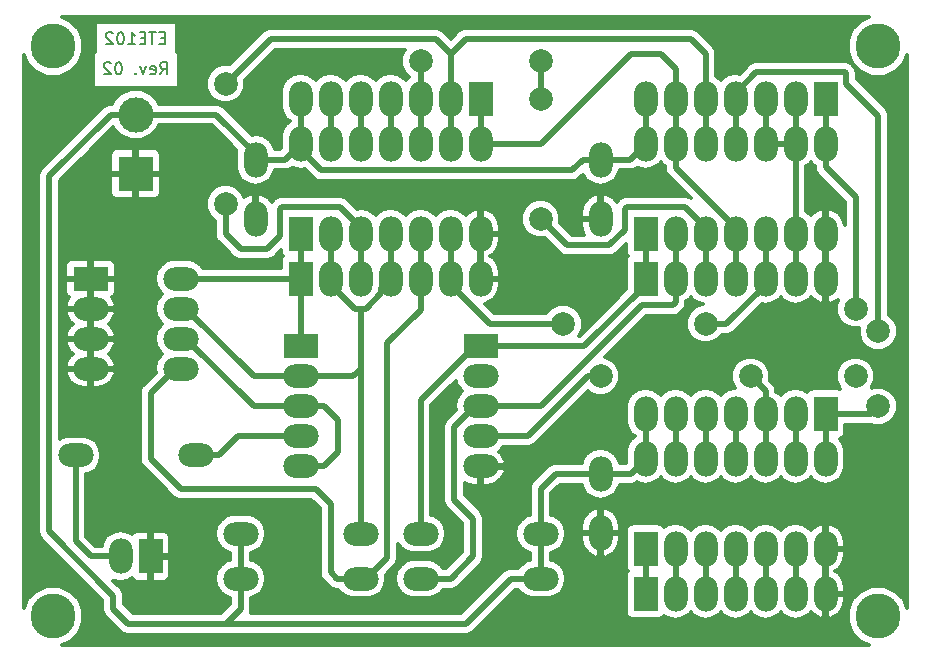
<source format=gbr>
G04 #@! TF.GenerationSoftware,KiCad,Pcbnew,(5.0.2)-1*
G04 #@! TF.CreationDate,2019-10-17T13:34:40-03:00*
G04 #@! TF.ProjectId,circuito-01-com-defeito-trilhas-0.5mm,63697263-7569-4746-9f2d-30312d636f6d,02*
G04 #@! TF.SameCoordinates,Original*
G04 #@! TF.FileFunction,Copper,L2,Bot*
G04 #@! TF.FilePolarity,Positive*
%FSLAX46Y46*%
G04 Gerber Fmt 4.6, Leading zero omitted, Abs format (unit mm)*
G04 Created by KiCad (PCBNEW (5.0.2)-1) date 17-10-2019 13:34:40*
%MOMM*%
%LPD*%
G01*
G04 APERTURE LIST*
G04 #@! TA.AperFunction,NonConductor*
%ADD10C,0.200000*%
G04 #@! TD*
G04 #@! TA.AperFunction,ComponentPad*
%ADD11C,3.800000*%
G04 #@! TD*
G04 #@! TA.AperFunction,ComponentPad*
%ADD12R,2.000000X3.000000*%
G04 #@! TD*
G04 #@! TA.AperFunction,ComponentPad*
%ADD13O,2.000000X3.000000*%
G04 #@! TD*
G04 #@! TA.AperFunction,ComponentPad*
%ADD14O,3.000000X2.000000*%
G04 #@! TD*
G04 #@! TA.AperFunction,ComponentPad*
%ADD15R,3.000000X2.000000*%
G04 #@! TD*
G04 #@! TA.AperFunction,ComponentPad*
%ADD16R,3.000000X3.000000*%
G04 #@! TD*
G04 #@! TA.AperFunction,ComponentPad*
%ADD17C,3.000000*%
G04 #@! TD*
G04 #@! TA.AperFunction,ViaPad*
%ADD18C,2.000000*%
G04 #@! TD*
G04 #@! TA.AperFunction,Conductor*
%ADD19C,0.500000*%
G04 #@! TD*
G04 #@! TA.AperFunction,Conductor*
%ADD20C,0.300000*%
G04 #@! TD*
G04 APERTURE END LIST*
D10*
X120181428Y-75382380D02*
X120514761Y-74906190D01*
X120752857Y-75382380D02*
X120752857Y-74382380D01*
X120371904Y-74382380D01*
X120276666Y-74430000D01*
X120229047Y-74477619D01*
X120181428Y-74572857D01*
X120181428Y-74715714D01*
X120229047Y-74810952D01*
X120276666Y-74858571D01*
X120371904Y-74906190D01*
X120752857Y-74906190D01*
X119371904Y-75334761D02*
X119467142Y-75382380D01*
X119657619Y-75382380D01*
X119752857Y-75334761D01*
X119800476Y-75239523D01*
X119800476Y-74858571D01*
X119752857Y-74763333D01*
X119657619Y-74715714D01*
X119467142Y-74715714D01*
X119371904Y-74763333D01*
X119324285Y-74858571D01*
X119324285Y-74953809D01*
X119800476Y-75049047D01*
X118990952Y-74715714D02*
X118752857Y-75382380D01*
X118514761Y-74715714D01*
X118133809Y-75287142D02*
X118086190Y-75334761D01*
X118133809Y-75382380D01*
X118181428Y-75334761D01*
X118133809Y-75287142D01*
X118133809Y-75382380D01*
X116705238Y-74382380D02*
X116610000Y-74382380D01*
X116514761Y-74430000D01*
X116467142Y-74477619D01*
X116419523Y-74572857D01*
X116371904Y-74763333D01*
X116371904Y-75001428D01*
X116419523Y-75191904D01*
X116467142Y-75287142D01*
X116514761Y-75334761D01*
X116610000Y-75382380D01*
X116705238Y-75382380D01*
X116800476Y-75334761D01*
X116848095Y-75287142D01*
X116895714Y-75191904D01*
X116943333Y-75001428D01*
X116943333Y-74763333D01*
X116895714Y-74572857D01*
X116848095Y-74477619D01*
X116800476Y-74430000D01*
X116705238Y-74382380D01*
X115990952Y-74477619D02*
X115943333Y-74430000D01*
X115848095Y-74382380D01*
X115610000Y-74382380D01*
X115514761Y-74430000D01*
X115467142Y-74477619D01*
X115419523Y-74572857D01*
X115419523Y-74668095D01*
X115467142Y-74810952D01*
X116038571Y-75382380D01*
X115419523Y-75382380D01*
X120586190Y-72318571D02*
X120252857Y-72318571D01*
X120110000Y-72842380D02*
X120586190Y-72842380D01*
X120586190Y-71842380D01*
X120110000Y-71842380D01*
X119824285Y-71842380D02*
X119252857Y-71842380D01*
X119538571Y-72842380D02*
X119538571Y-71842380D01*
X118919523Y-72318571D02*
X118586190Y-72318571D01*
X118443333Y-72842380D02*
X118919523Y-72842380D01*
X118919523Y-71842380D01*
X118443333Y-71842380D01*
X117490952Y-72842380D02*
X118062380Y-72842380D01*
X117776666Y-72842380D02*
X117776666Y-71842380D01*
X117871904Y-71985238D01*
X117967142Y-72080476D01*
X118062380Y-72128095D01*
X116871904Y-71842380D02*
X116776666Y-71842380D01*
X116681428Y-71890000D01*
X116633809Y-71937619D01*
X116586190Y-72032857D01*
X116538571Y-72223333D01*
X116538571Y-72461428D01*
X116586190Y-72651904D01*
X116633809Y-72747142D01*
X116681428Y-72794761D01*
X116776666Y-72842380D01*
X116871904Y-72842380D01*
X116967142Y-72794761D01*
X117014761Y-72747142D01*
X117062380Y-72651904D01*
X117110000Y-72461428D01*
X117110000Y-72223333D01*
X117062380Y-72032857D01*
X117014761Y-71937619D01*
X116967142Y-71890000D01*
X116871904Y-71842380D01*
X116157619Y-71937619D02*
X116110000Y-71890000D01*
X116014761Y-71842380D01*
X115776666Y-71842380D01*
X115681428Y-71890000D01*
X115633809Y-71937619D01*
X115586190Y-72032857D01*
X115586190Y-72128095D01*
X115633809Y-72270952D01*
X116205238Y-72842380D01*
X115586190Y-72842380D01*
D11*
G04 #@! TO.P,Par1,1*
G04 #@! TO.N,N/C*
X111125000Y-73025000D03*
G04 #@! TD*
G04 #@! TO.P,Par4,1*
G04 #@! TO.N,N/C*
X111125000Y-121285000D03*
G04 #@! TD*
G04 #@! TO.P,Par3,1*
G04 #@! TO.N,N/C*
X180975000Y-121285000D03*
G04 #@! TD*
D12*
G04 #@! TO.P,D1,1*
G04 #@! TO.N,GND*
X119380000Y-116205000D03*
D13*
G04 #@! TO.P,D1,2*
G04 #@! TO.N,Net-(D1-Pad2)*
X116840000Y-116205000D03*
G04 #@! TD*
D14*
G04 #@! TO.P,J8,5*
G04 #@! TO.N,/U2-02*
X132080000Y-108585000D03*
G04 #@! TO.P,J8,4*
G04 #@! TO.N,/U3-10*
X132080000Y-106045000D03*
G04 #@! TO.P,J8,3*
G04 #@! TO.N,/U2-02*
X132080000Y-103505000D03*
G04 #@! TO.P,J8,2*
G04 #@! TO.N,/U1-02*
X132080000Y-100965000D03*
D15*
G04 #@! TO.P,J8,1*
G04 #@! TO.N,/U1-01*
X132080000Y-98425000D03*
G04 #@! TD*
D14*
G04 #@! TO.P,J7,5*
G04 #@! TO.N,GND*
X147320000Y-108585000D03*
G04 #@! TO.P,J7,4*
G04 #@! TO.N,/U3-10*
X147320000Y-106045000D03*
G04 #@! TO.P,J7,3*
G04 #@! TO.N,/U2-02*
X147320000Y-103505000D03*
G04 #@! TO.P,J7,2*
G04 #@! TO.N,/U1-02*
X147320000Y-100965000D03*
D15*
G04 #@! TO.P,J7,1*
G04 #@! TO.N,/U1-01*
X147320000Y-98425000D03*
G04 #@! TD*
D13*
G04 #@! TO.P,C2,2*
G04 #@! TO.N,GND*
X157480000Y-87630000D03*
G04 #@! TO.P,C2,1*
G04 #@! TO.N,VCC*
X157480000Y-82630000D03*
G04 #@! TD*
G04 #@! TO.P,J1,7*
G04 #@! TO.N,GND*
X147320000Y-92710000D03*
G04 #@! TO.P,J1,6*
G04 #@! TO.N,/U1-06*
X144780000Y-92710000D03*
G04 #@! TO.P,J1,5*
G04 #@! TO.N,/U1-05*
X142240000Y-92710000D03*
G04 #@! TO.P,J1,4*
G04 #@! TO.N,/U1-02*
X139700000Y-92710000D03*
G04 #@! TO.P,J1,3*
G04 #@! TO.N,/U1-03*
X137160000Y-92710000D03*
G04 #@! TO.P,J1,2*
G04 #@! TO.N,/U1-02*
X134620000Y-92710000D03*
D12*
G04 #@! TO.P,J1,1*
G04 #@! TO.N,/U1-01*
X132080000Y-92710000D03*
G04 #@! TD*
G04 #@! TO.P,J2,1*
G04 #@! TO.N,/U1-08*
X147320000Y-77470000D03*
D13*
G04 #@! TO.P,J2,2*
G04 #@! TO.N,/U1-03*
X144780000Y-77470000D03*
G04 #@! TO.P,J2,3*
G04 #@! TO.N,/U1-10*
X142240000Y-77470000D03*
G04 #@! TO.P,J2,4*
G04 #@! TO.N,/U1-11*
X139700000Y-77470000D03*
G04 #@! TO.P,J2,5*
G04 #@! TO.N,/U1-12*
X137160000Y-77470000D03*
G04 #@! TO.P,J2,6*
G04 #@! TO.N,/U1-13*
X134620000Y-77470000D03*
G04 #@! TO.P,J2,7*
G04 #@! TO.N,VCC*
X132080000Y-77470000D03*
G04 #@! TD*
G04 #@! TO.P,J3,7*
G04 #@! TO.N,GND*
X176530000Y-92710000D03*
G04 #@! TO.P,J3,6*
G04 #@! TO.N,/U2-06*
X173990000Y-92710000D03*
G04 #@! TO.P,J3,5*
G04 #@! TO.N,/U1-06*
X171450000Y-92710000D03*
G04 #@! TO.P,J3,4*
G04 #@! TO.N,/U1-08*
X168910000Y-92710000D03*
G04 #@! TO.P,J3,3*
G04 #@! TO.N,/U1-10*
X166370000Y-92710000D03*
G04 #@! TO.P,J3,2*
G04 #@! TO.N,/U2-02*
X163830000Y-92710000D03*
D12*
G04 #@! TO.P,J3,1*
G04 #@! TO.N,/U1-01*
X161290000Y-92710000D03*
G04 #@! TD*
G04 #@! TO.P,J4,1*
G04 #@! TO.N,/U2-08*
X176530000Y-77470000D03*
D13*
G04 #@! TO.P,J4,2*
G04 #@! TO.N,/U2-06*
X173990000Y-77470000D03*
G04 #@! TO.P,J4,3*
X171450000Y-77470000D03*
G04 #@! TO.P,J4,4*
G04 #@! TO.N,/U2-11*
X168910000Y-77470000D03*
G04 #@! TO.P,J4,5*
G04 #@! TO.N,/U1-03*
X166370000Y-77470000D03*
G04 #@! TO.P,J4,6*
G04 #@! TO.N,/U1-08*
X163830000Y-77470000D03*
G04 #@! TO.P,J4,7*
G04 #@! TO.N,VCC*
X161290000Y-77470000D03*
G04 #@! TD*
G04 #@! TO.P,J5,7*
G04 #@! TO.N,GND*
X176530000Y-119380000D03*
G04 #@! TO.P,J5,6*
G04 #@! TO.N,/U3-06*
X173990000Y-119380000D03*
G04 #@! TO.P,J5,5*
G04 #@! TO.N,/U3-05*
X171450000Y-119380000D03*
G04 #@! TO.P,J5,4*
G04 #@! TO.N,/U3-04*
X168910000Y-119380000D03*
G04 #@! TO.P,J5,3*
G04 #@! TO.N,/U3-03*
X166370000Y-119380000D03*
G04 #@! TO.P,J5,2*
G04 #@! TO.N,/U3-02*
X163830000Y-119380000D03*
D12*
G04 #@! TO.P,J5,1*
G04 #@! TO.N,/U3-01*
X161290000Y-119380000D03*
G04 #@! TD*
G04 #@! TO.P,J6,1*
G04 #@! TO.N,/U2-11*
X176530000Y-104140000D03*
D13*
G04 #@! TO.P,J6,2*
G04 #@! TO.N,/U3-09*
X173990000Y-104140000D03*
G04 #@! TO.P,J6,3*
G04 #@! TO.N,/U3-10*
X171450000Y-104140000D03*
G04 #@! TO.P,J6,4*
G04 #@! TO.N,/U3-11*
X168910000Y-104140000D03*
G04 #@! TO.P,J6,5*
G04 #@! TO.N,/U3-12*
X166370000Y-104140000D03*
G04 #@! TO.P,J6,6*
G04 #@! TO.N,/U3-13*
X163830000Y-104140000D03*
G04 #@! TO.P,J6,7*
G04 #@! TO.N,VCC*
X161290000Y-104140000D03*
G04 #@! TD*
D16*
G04 #@! TO.P,P1,1*
G04 #@! TO.N,GND*
X118110000Y-83820000D03*
D17*
G04 #@! TO.P,P1,2*
G04 #@! TO.N,VCC*
X118110000Y-78820000D03*
G04 #@! TD*
D14*
G04 #@! TO.P,R1,1*
G04 #@! TO.N,/U3-10*
X123190000Y-107665000D03*
G04 #@! TO.P,R1,2*
G04 #@! TO.N,Net-(D1-Pad2)*
X113030000Y-107665000D03*
G04 #@! TD*
G04 #@! TO.P,R2,2*
G04 #@! TO.N,/U1-01*
X142240000Y-114300000D03*
G04 #@! TO.P,R2,1*
G04 #@! TO.N,VCC*
X152400000Y-114300000D03*
G04 #@! TD*
G04 #@! TO.P,R3,1*
G04 #@! TO.N,VCC*
X152400000Y-118110000D03*
G04 #@! TO.P,R3,2*
G04 #@! TO.N,/U2-02*
X142240000Y-118110000D03*
G04 #@! TD*
G04 #@! TO.P,R4,2*
G04 #@! TO.N,/U1-02*
X137160000Y-114300000D03*
G04 #@! TO.P,R4,1*
G04 #@! TO.N,VCC*
X127000000Y-114300000D03*
G04 #@! TD*
G04 #@! TO.P,R5,1*
G04 #@! TO.N,VCC*
X127000000Y-118110000D03*
G04 #@! TO.P,R5,2*
G04 #@! TO.N,/U1-05*
X137160000Y-118110000D03*
G04 #@! TD*
D15*
G04 #@! TO.P,SW1,1*
G04 #@! TO.N,GND*
X114300000Y-92710000D03*
D14*
G04 #@! TO.P,SW1,5*
G04 #@! TO.N,/U1-05*
X121920000Y-100330000D03*
G04 #@! TO.P,SW1,2*
G04 #@! TO.N,GND*
X114300000Y-95250000D03*
G04 #@! TO.P,SW1,6*
G04 #@! TO.N,/U2-02*
X121920000Y-97790000D03*
G04 #@! TO.P,SW1,3*
G04 #@! TO.N,GND*
X114300000Y-97790000D03*
G04 #@! TO.P,SW1,7*
G04 #@! TO.N,/U1-02*
X121920000Y-95250000D03*
G04 #@! TO.P,SW1,4*
G04 #@! TO.N,GND*
X114300000Y-100330000D03*
G04 #@! TO.P,SW1,8*
G04 #@! TO.N,/U1-01*
X121920000Y-92710000D03*
G04 #@! TD*
D12*
G04 #@! TO.P,U1,1*
G04 #@! TO.N,/U1-01*
X132080000Y-88900000D03*
D13*
G04 #@! TO.P,U1,8*
G04 #@! TO.N,/U1-08*
X147320000Y-81280000D03*
G04 #@! TO.P,U1,2*
G04 #@! TO.N,/U1-02*
X134620000Y-88900000D03*
G04 #@! TO.P,U1,9*
G04 #@! TO.N,/U1-03*
X144780000Y-81280000D03*
G04 #@! TO.P,U1,3*
X137160000Y-88900000D03*
G04 #@! TO.P,U1,10*
G04 #@! TO.N,/U1-10*
X142240000Y-81280000D03*
G04 #@! TO.P,U1,4*
G04 #@! TO.N,/U1-02*
X139700000Y-88900000D03*
G04 #@! TO.P,U1,11*
G04 #@! TO.N,/U1-11*
X139700000Y-81280000D03*
G04 #@! TO.P,U1,5*
G04 #@! TO.N,/U1-05*
X142240000Y-88900000D03*
G04 #@! TO.P,U1,12*
G04 #@! TO.N,/U1-12*
X137160000Y-81280000D03*
G04 #@! TO.P,U1,6*
G04 #@! TO.N,/U1-06*
X144780000Y-88900000D03*
G04 #@! TO.P,U1,13*
G04 #@! TO.N,/U1-13*
X134620000Y-81280000D03*
G04 #@! TO.P,U1,7*
G04 #@! TO.N,GND*
X147320000Y-88900000D03*
G04 #@! TO.P,U1,14*
G04 #@! TO.N,VCC*
X132080000Y-81280000D03*
G04 #@! TD*
D12*
G04 #@! TO.P,U2,1*
G04 #@! TO.N,/U1-01*
X161290000Y-88900000D03*
D13*
G04 #@! TO.P,U2,8*
G04 #@! TO.N,/U2-08*
X176530000Y-81280000D03*
G04 #@! TO.P,U2,2*
G04 #@! TO.N,/U2-02*
X163830000Y-88900000D03*
G04 #@! TO.P,U2,9*
G04 #@! TO.N,/U2-06*
X173990000Y-81280000D03*
G04 #@! TO.P,U2,3*
G04 #@! TO.N,/U1-10*
X166370000Y-88900000D03*
G04 #@! TO.P,U2,10*
G04 #@! TO.N,/U2-06*
X171450000Y-81280000D03*
G04 #@! TO.P,U2,4*
G04 #@! TO.N,/U1-08*
X168910000Y-88900000D03*
G04 #@! TO.P,U2,11*
G04 #@! TO.N,/U2-11*
X168910000Y-81280000D03*
G04 #@! TO.P,U2,5*
G04 #@! TO.N,/U1-06*
X171450000Y-88900000D03*
G04 #@! TO.P,U2,12*
G04 #@! TO.N,/U1-03*
X166370000Y-81280000D03*
G04 #@! TO.P,U2,6*
G04 #@! TO.N,/U2-06*
X173990000Y-88900000D03*
G04 #@! TO.P,U2,13*
G04 #@! TO.N,/U1-08*
X163830000Y-81280000D03*
G04 #@! TO.P,U2,7*
G04 #@! TO.N,GND*
X176530000Y-88900000D03*
G04 #@! TO.P,U2,14*
G04 #@! TO.N,VCC*
X161290000Y-81280000D03*
G04 #@! TD*
G04 #@! TO.P,U3,14*
G04 #@! TO.N,VCC*
X161290000Y-107950000D03*
G04 #@! TO.P,U3,7*
G04 #@! TO.N,GND*
X176530000Y-115570000D03*
G04 #@! TO.P,U3,13*
G04 #@! TO.N,/U3-13*
X163830000Y-107950000D03*
G04 #@! TO.P,U3,6*
G04 #@! TO.N,/U3-06*
X173990000Y-115570000D03*
G04 #@! TO.P,U3,12*
G04 #@! TO.N,/U3-12*
X166370000Y-107950000D03*
G04 #@! TO.P,U3,5*
G04 #@! TO.N,/U3-05*
X171450000Y-115570000D03*
G04 #@! TO.P,U3,11*
G04 #@! TO.N,/U3-11*
X168910000Y-107950000D03*
G04 #@! TO.P,U3,4*
G04 #@! TO.N,/U3-04*
X168910000Y-115570000D03*
G04 #@! TO.P,U3,10*
G04 #@! TO.N,/U3-10*
X171450000Y-107950000D03*
G04 #@! TO.P,U3,3*
G04 #@! TO.N,/U3-03*
X166370000Y-115570000D03*
G04 #@! TO.P,U3,9*
G04 #@! TO.N,/U3-09*
X173990000Y-107950000D03*
G04 #@! TO.P,U3,2*
G04 #@! TO.N,/U3-02*
X163830000Y-115570000D03*
G04 #@! TO.P,U3,8*
G04 #@! TO.N,/U2-11*
X176530000Y-107950000D03*
D12*
G04 #@! TO.P,U3,1*
G04 #@! TO.N,/U3-01*
X161290000Y-115570000D03*
G04 #@! TD*
D13*
G04 #@! TO.P,C1,1*
G04 #@! TO.N,VCC*
X128270000Y-82630000D03*
G04 #@! TO.P,C1,2*
G04 #@! TO.N,GND*
X128270000Y-87630000D03*
G04 #@! TD*
G04 #@! TO.P,C3,1*
G04 #@! TO.N,VCC*
X157480000Y-109220000D03*
G04 #@! TO.P,C3,2*
G04 #@! TO.N,GND*
X157480000Y-114220000D03*
G04 #@! TD*
D11*
G04 #@! TO.P,Par2,1*
G04 #@! TO.N,N/C*
X180975000Y-73025000D03*
G04 #@! TD*
D18*
G04 #@! TO.N,/U2-08*
X179070000Y-95250000D03*
X179070000Y-100965000D03*
G04 #@! TO.N,/U2-11*
X180975000Y-103505000D03*
X180975000Y-97155000D03*
G04 #@! TO.N,/U3-10*
X170180000Y-100965000D03*
X157480000Y-100965000D03*
G04 #@! TO.N,/U1-03*
X125730000Y-76200000D03*
X125730000Y-86360000D03*
G04 #@! TO.N,/U1-10*
X152400000Y-87630000D03*
X152400000Y-77470000D03*
X152400000Y-74295000D03*
X142240000Y-74295000D03*
G04 #@! TO.N,/U1-06*
X154305000Y-96520000D03*
X166370000Y-96520000D03*
G04 #@! TD*
D19*
G04 #@! TO.N,Net-(D1-Pad2)*
X114300000Y-116205000D02*
X116840000Y-116205000D01*
X113030000Y-107665000D02*
X113030000Y-114935000D01*
X113030000Y-114935000D02*
X114300000Y-116205000D01*
G04 #@! TO.N,VCC*
X130730000Y-82630000D02*
X132080000Y-81280000D01*
X128270000Y-82630000D02*
X130730000Y-82630000D01*
X132080000Y-81280000D02*
X132080000Y-77470000D01*
X161290000Y-81280000D02*
X161290000Y-77470000D01*
X160020000Y-109220000D02*
X161290000Y-107950000D01*
X157480000Y-109220000D02*
X160020000Y-109220000D01*
X161290000Y-107950000D02*
X161290000Y-104140000D01*
X128270000Y-82130000D02*
X128270000Y-82630000D01*
X124960000Y-78820000D02*
X128270000Y-82130000D01*
X124960000Y-78820000D02*
X116840000Y-78820000D01*
X152400000Y-118110000D02*
X152400000Y-114300000D01*
X127000000Y-114300000D02*
X127000000Y-118110000D01*
X127000000Y-118110000D02*
X127000000Y-119610000D01*
X127000000Y-117070000D02*
X127000000Y-120650000D01*
X127000000Y-120650000D02*
X125730000Y-121920000D01*
X153670000Y-109220000D02*
X157480000Y-109220000D01*
X152400000Y-114300000D02*
X152400000Y-110490000D01*
X152400000Y-110490000D02*
X153670000Y-109220000D01*
X155980000Y-82630000D02*
X157480000Y-82630000D01*
X155071990Y-83538010D02*
X155980000Y-82630000D01*
X133838010Y-83538010D02*
X155071990Y-83538010D01*
X132080000Y-81780000D02*
X133838010Y-83538010D01*
X132080000Y-81280000D02*
X132080000Y-81780000D01*
X159940000Y-82630000D02*
X161290000Y-81280000D01*
X157480000Y-82630000D02*
X159940000Y-82630000D01*
X149860000Y-118110000D02*
X152400000Y-118110000D01*
X146050000Y-121920000D02*
X149860000Y-118110000D01*
X117475000Y-121920000D02*
X146050000Y-121920000D01*
X115988680Y-78820000D02*
X110771990Y-84036690D01*
X118110000Y-78820000D02*
X115988680Y-78820000D01*
X110771990Y-84036690D02*
X110771990Y-114102530D01*
X110771990Y-114102530D02*
X116205000Y-119535540D01*
X116205000Y-119535540D02*
X116205000Y-120650000D01*
X116205000Y-120650000D02*
X117475000Y-121920000D01*
G04 #@! TO.N,/U1-01*
X161290000Y-88900000D02*
X161290000Y-92710000D01*
X132080000Y-92710000D02*
X132080000Y-88900000D01*
X121920000Y-92710000D02*
X132080000Y-92710000D01*
X132080000Y-98425000D02*
X132080000Y-92710000D01*
X146820000Y-98425000D02*
X147320000Y-98425000D01*
X142240000Y-103005000D02*
X146820000Y-98425000D01*
X142240000Y-114300000D02*
X142240000Y-103005000D01*
X161290000Y-93210000D02*
X161290000Y-92710000D01*
X156075000Y-98425000D02*
X161290000Y-93210000D01*
X147320000Y-98425000D02*
X156075000Y-98425000D01*
G04 #@! TO.N,/U1-08*
X147320000Y-77470000D02*
X147320000Y-81280000D01*
X163830000Y-81280000D02*
X163830000Y-77470000D01*
X168910000Y-92710000D02*
X168910000Y-88900000D01*
X163830000Y-83320000D02*
X163830000Y-81280000D01*
X168910000Y-88400000D02*
X163830000Y-83320000D01*
X168910000Y-88900000D02*
X168910000Y-88400000D01*
X152400000Y-81280000D02*
X147320000Y-81280000D01*
X160020000Y-73660000D02*
X152400000Y-81280000D01*
X162560000Y-73660000D02*
X160020000Y-73660000D01*
X163830000Y-77470000D02*
X163830000Y-74930000D01*
X163830000Y-74930000D02*
X162560000Y-73660000D01*
G04 #@! TO.N,/U2-08*
X176530000Y-77470000D02*
X176530000Y-81280000D01*
X179070000Y-85820000D02*
X179070000Y-95250000D01*
X176530000Y-81280000D02*
X176530000Y-83280000D01*
X176530000Y-83280000D02*
X179070000Y-85820000D01*
G04 #@! TO.N,/U3-06*
X173990000Y-119380000D02*
X173990000Y-115570000D01*
G04 #@! TO.N,/U3-05*
X171450000Y-115570000D02*
X171450000Y-119380000D01*
G04 #@! TO.N,/U3-04*
X168910000Y-119380000D02*
X168910000Y-115570000D01*
G04 #@! TO.N,/U3-03*
X166370000Y-115570000D02*
X166370000Y-119380000D01*
G04 #@! TO.N,/U2-11*
X168910000Y-81280000D02*
X168910000Y-77470000D01*
X176530000Y-104140000D02*
X176530000Y-107950000D01*
X180340000Y-104140000D02*
X180975000Y-103505000D01*
X176530000Y-104140000D02*
X180340000Y-104140000D01*
X168910000Y-76970000D02*
X168910000Y-77470000D01*
X170668001Y-75211999D02*
X168910000Y-76970000D01*
X178136401Y-75211999D02*
X178288001Y-75363599D01*
X170668001Y-75211999D02*
X178136401Y-75211999D01*
X178288001Y-75363599D02*
X178288001Y-76200000D01*
X180975000Y-78886999D02*
X180975000Y-79375000D01*
X178288001Y-76200000D02*
X180975000Y-78886999D01*
X180975000Y-97155000D02*
X180975000Y-79375000D01*
G04 #@! TO.N,/U3-10*
X171450000Y-107950000D02*
X171450000Y-104140000D01*
X130080000Y-106045000D02*
X132080000Y-106045000D01*
X126810000Y-106045000D02*
X130080000Y-106045000D01*
X125190000Y-107665000D02*
X126810000Y-106045000D01*
X123190000Y-107665000D02*
X125190000Y-107665000D01*
X171450000Y-104140000D02*
X171450000Y-102235000D01*
X171450000Y-102235000D02*
X170180000Y-100965000D01*
X149320000Y-106045000D02*
X147320000Y-106045000D01*
X151306082Y-106045000D02*
X149320000Y-106045000D01*
X156386082Y-100965000D02*
X151306082Y-106045000D01*
X157480000Y-100965000D02*
X156386082Y-100965000D01*
G04 #@! TO.N,/U3-11*
X168910000Y-107950000D02*
X168910000Y-104140000D01*
G04 #@! TO.N,/U3-12*
X166370000Y-104140000D02*
X166370000Y-107950000D01*
G04 #@! TO.N,/U3-13*
X163830000Y-107950000D02*
X163830000Y-104140000D01*
G04 #@! TO.N,/U1-02*
X134620000Y-88900000D02*
X134620000Y-92710000D01*
X139700000Y-92710000D02*
X139700000Y-88900000D01*
X136660000Y-95250000D02*
X137160000Y-95250000D01*
X134620000Y-93210000D02*
X136660000Y-95250000D01*
X134620000Y-92710000D02*
X134620000Y-93210000D01*
X137606201Y-95250000D02*
X137160000Y-95250000D01*
X138918010Y-93938191D02*
X137606201Y-95250000D01*
X139700000Y-92710000D02*
X138918010Y-93491990D01*
X138918010Y-93491990D02*
X138918010Y-93938191D01*
X130080000Y-100965000D02*
X132080000Y-100965000D01*
X128135000Y-100965000D02*
X130080000Y-100965000D01*
X122420000Y-95250000D02*
X128135000Y-100965000D01*
X121920000Y-95250000D02*
X122420000Y-95250000D01*
X136525000Y-100965000D02*
X137160000Y-100330000D01*
X132080000Y-100965000D02*
X136525000Y-100965000D01*
X137160000Y-95250000D02*
X137160000Y-100330000D01*
X137160000Y-100330000D02*
X137160000Y-114300000D01*
G04 #@! TO.N,/U2-02*
X163830000Y-92710000D02*
X163830000Y-88900000D01*
X130080000Y-103505000D02*
X132080000Y-103505000D01*
X128135000Y-103505000D02*
X130080000Y-103505000D01*
X122420000Y-97790000D02*
X128135000Y-103505000D01*
X121920000Y-97790000D02*
X122420000Y-97790000D01*
X147320000Y-103505000D02*
X147820000Y-103505000D01*
X146820000Y-103505000D02*
X147320000Y-103505000D01*
X144780000Y-118110000D02*
X146685000Y-116205000D01*
X142240000Y-118110000D02*
X144780000Y-118110000D01*
X146685000Y-116205000D02*
X146685000Y-113030000D01*
X146685000Y-113030000D02*
X145061990Y-111406990D01*
X145061990Y-111406990D02*
X145061990Y-105263010D01*
X145061990Y-105263010D02*
X146820000Y-103505000D01*
X163830000Y-94710000D02*
X163830000Y-92710000D01*
X163571999Y-94968001D02*
X163830000Y-94710000D01*
X160957539Y-94968001D02*
X163571999Y-94968001D01*
X147320000Y-103505000D02*
X152420541Y-103505000D01*
X152420541Y-103505000D02*
X160957539Y-94968001D01*
X134080000Y-108585000D02*
X132080000Y-108585000D01*
X135255000Y-107410000D02*
X134080000Y-108585000D01*
X135255000Y-104680000D02*
X135255000Y-107410000D01*
X134080000Y-103505000D02*
X135255000Y-104680000D01*
X132080000Y-103505000D02*
X134080000Y-103505000D01*
G04 #@! TO.N,/U1-05*
X142240000Y-88900000D02*
X142240000Y-92710000D01*
X136660000Y-118110000D02*
X137160000Y-118110000D01*
X121420000Y-100330000D02*
X121920000Y-100330000D01*
X119380000Y-102370000D02*
X121420000Y-100330000D01*
X119380000Y-107950000D02*
X119380000Y-102370000D01*
X135160000Y-118110000D02*
X134620000Y-117570000D01*
X137160000Y-118110000D02*
X135160000Y-118110000D01*
X134620000Y-117570000D02*
X134620000Y-111760000D01*
X134620000Y-111760000D02*
X133350000Y-110490000D01*
X133350000Y-110490000D02*
X121920000Y-110490000D01*
X121920000Y-110490000D02*
X119380000Y-107950000D01*
X139418010Y-116351990D02*
X139418010Y-98143010D01*
X137160000Y-118110000D02*
X137660000Y-118110000D01*
X137660000Y-118110000D02*
X139418010Y-116351990D01*
X142240000Y-95321020D02*
X142240000Y-92710000D01*
X139418010Y-98143010D02*
X142240000Y-95321020D01*
G04 #@! TO.N,/U1-03*
X144780000Y-81280000D02*
X144780000Y-77470000D01*
X166370000Y-77470000D02*
X166370000Y-81280000D01*
X137160000Y-92710000D02*
X137160000Y-88900000D01*
X166370000Y-77023799D02*
X166370000Y-77470000D01*
X144780000Y-77470000D02*
X144780000Y-75470000D01*
X125730000Y-88900000D02*
X127000000Y-90170000D01*
X125730000Y-86360000D02*
X125730000Y-88900000D01*
X130321999Y-89106011D02*
X130321999Y-86793599D01*
X129258010Y-90170000D02*
X130321999Y-89106011D01*
X127000000Y-90170000D02*
X129258010Y-90170000D01*
X130321999Y-86793599D02*
X130473608Y-86641990D01*
X130473608Y-86641990D02*
X135401990Y-86641990D01*
X135401990Y-86641990D02*
X137160000Y-88400000D01*
X137160000Y-88400000D02*
X137160000Y-88900000D01*
X166370000Y-76970000D02*
X166370000Y-77470000D01*
X143510000Y-72390000D02*
X144780000Y-73660000D01*
X125730000Y-76200000D02*
X129540000Y-72390000D01*
X129540000Y-72390000D02*
X143510000Y-72390000D01*
X144780000Y-77470000D02*
X144780000Y-73660000D01*
X166370000Y-73660000D02*
X166370000Y-77470000D01*
X165100000Y-72390000D02*
X166370000Y-73660000D01*
X144780000Y-73660000D02*
X146050000Y-72390000D01*
X146050000Y-72390000D02*
X165100000Y-72390000D01*
G04 #@! TO.N,/U1-10*
X142240000Y-77470000D02*
X142240000Y-81280000D01*
X166370000Y-88900000D02*
X166370000Y-92710000D01*
X154658010Y-89888010D02*
X152400000Y-87630000D01*
X158208191Y-89888010D02*
X154658010Y-89888010D01*
X166370000Y-88400000D02*
X164611999Y-86641999D01*
X166370000Y-88900000D02*
X166370000Y-88400000D01*
X164611999Y-86641999D02*
X159683599Y-86641999D01*
X159683599Y-86641999D02*
X159531999Y-86793599D01*
X159531999Y-86793599D02*
X159531999Y-88564202D01*
X159531999Y-88564202D02*
X158208191Y-89888010D01*
X142240000Y-74295000D02*
X142240000Y-77470000D01*
X152400000Y-77470000D02*
X152400000Y-74295000D01*
G04 #@! TO.N,/U1-11*
X139700000Y-81280000D02*
X139700000Y-77470000D01*
G04 #@! TO.N,/U1-12*
X137160000Y-77470000D02*
X137160000Y-81280000D01*
G04 #@! TO.N,/U1-06*
X144780000Y-92710000D02*
X144780000Y-88900000D01*
X144780000Y-93210000D02*
X144780000Y-92710000D01*
X171450000Y-88900000D02*
X171450000Y-92710000D01*
X148090000Y-96520000D02*
X154305000Y-96520000D01*
X144780000Y-93210000D02*
X148090000Y-96520000D01*
X171450000Y-93210000D02*
X171450000Y-92710000D01*
X168140000Y-96520000D02*
X171450000Y-93210000D01*
X166370000Y-96520000D02*
X168140000Y-96520000D01*
G04 #@! TO.N,/U1-13*
X134620000Y-81280000D02*
X134620000Y-77470000D01*
G04 #@! TO.N,/U2-06*
X171450000Y-77470000D02*
X171450000Y-81280000D01*
X173990000Y-81280000D02*
X173990000Y-77470000D01*
X173990000Y-81280000D02*
X171450000Y-81280000D01*
X173990000Y-92710000D02*
X173990000Y-88900000D01*
X173990000Y-81280000D02*
X173990000Y-88900000D01*
G04 #@! TO.N,/U3-02*
X163830000Y-119380000D02*
X163830000Y-115570000D01*
G04 #@! TO.N,/U3-01*
X161290000Y-115570000D02*
X161290000Y-119380000D01*
G04 #@! TO.N,/U3-09*
X173990000Y-107950000D02*
X173990000Y-104140000D01*
G04 #@! TD*
D20*
G04 #@! TO.N,GND*
G36*
X179526009Y-70856432D02*
X178806432Y-71576009D01*
X178417000Y-72516182D01*
X178417000Y-73533818D01*
X178806432Y-74473991D01*
X179526009Y-75193568D01*
X180466182Y-75583000D01*
X181483818Y-75583000D01*
X182423991Y-75193568D01*
X183143568Y-74473991D01*
X183442000Y-73753512D01*
X183442001Y-120556491D01*
X183143568Y-119836009D01*
X182423991Y-119116432D01*
X181483818Y-118727000D01*
X180466182Y-118727000D01*
X179526009Y-119116432D01*
X178806432Y-119836009D01*
X178417000Y-120776182D01*
X178417000Y-121793818D01*
X178806432Y-122733991D01*
X179526009Y-123453568D01*
X180246488Y-123752000D01*
X111853512Y-123752000D01*
X112573991Y-123453568D01*
X113293568Y-122733991D01*
X113683000Y-121793818D01*
X113683000Y-120776182D01*
X113293568Y-119836009D01*
X112573991Y-119116432D01*
X111633818Y-118727000D01*
X110616182Y-118727000D01*
X109676009Y-119116432D01*
X108956432Y-119836009D01*
X108658000Y-120556488D01*
X108658000Y-84036690D01*
X109846202Y-84036690D01*
X109863990Y-84126117D01*
X109863991Y-114013098D01*
X109846202Y-114102530D01*
X109916673Y-114456813D01*
X110066703Y-114681348D01*
X110117360Y-114757161D01*
X110193172Y-114807817D01*
X115297000Y-119911646D01*
X115297001Y-120560569D01*
X115279212Y-120650000D01*
X115349683Y-121004283D01*
X115430960Y-121125922D01*
X115550370Y-121304631D01*
X115626182Y-121355287D01*
X116769713Y-122498818D01*
X116820369Y-122574631D01*
X117120716Y-122775317D01*
X117385573Y-122828000D01*
X117385577Y-122828000D01*
X117474999Y-122845787D01*
X117564421Y-122828000D01*
X125640573Y-122828000D01*
X125730000Y-122845788D01*
X125819427Y-122828000D01*
X145960573Y-122828000D01*
X146050000Y-122845788D01*
X146139427Y-122828000D01*
X146404284Y-122775317D01*
X146704631Y-122574631D01*
X146755289Y-122498816D01*
X150236106Y-119018000D01*
X150512647Y-119018000D01*
X150704649Y-119305351D01*
X151253081Y-119671802D01*
X151736702Y-119768000D01*
X153063298Y-119768000D01*
X153546919Y-119671802D01*
X154095351Y-119305351D01*
X154461802Y-118756919D01*
X154590482Y-118110000D01*
X154461802Y-117463081D01*
X154095351Y-116914649D01*
X153546919Y-116548198D01*
X153308000Y-116500674D01*
X153308000Y-115909326D01*
X153546919Y-115861802D01*
X154095351Y-115495351D01*
X154461802Y-114946919D01*
X154585708Y-114324000D01*
X155822000Y-114324000D01*
X155822000Y-114824000D01*
X155988007Y-115450573D01*
X156381156Y-115965922D01*
X156941594Y-116291591D01*
X157118423Y-116338093D01*
X157376000Y-116209875D01*
X157376000Y-114324000D01*
X157584000Y-114324000D01*
X157584000Y-116209875D01*
X157841577Y-116338093D01*
X158018406Y-116291591D01*
X158578844Y-115965922D01*
X158971993Y-115450573D01*
X159138000Y-114824000D01*
X159138000Y-114324000D01*
X157584000Y-114324000D01*
X157376000Y-114324000D01*
X155822000Y-114324000D01*
X154585708Y-114324000D01*
X154590482Y-114300000D01*
X154461802Y-113653081D01*
X154437026Y-113616000D01*
X155822000Y-113616000D01*
X155822000Y-114116000D01*
X157376000Y-114116000D01*
X157376000Y-112230125D01*
X157584000Y-112230125D01*
X157584000Y-114116000D01*
X159138000Y-114116000D01*
X159138000Y-114070000D01*
X159619110Y-114070000D01*
X159619110Y-117070000D01*
X159670178Y-117326738D01*
X159769243Y-117475000D01*
X159670178Y-117623262D01*
X159619110Y-117880000D01*
X159619110Y-120880000D01*
X159670178Y-121136738D01*
X159815609Y-121354391D01*
X160033262Y-121499822D01*
X160290000Y-121550890D01*
X162290000Y-121550890D01*
X162546738Y-121499822D01*
X162764391Y-121354391D01*
X162853245Y-121221412D01*
X163183082Y-121441802D01*
X163830000Y-121570482D01*
X164476919Y-121441802D01*
X165025351Y-121075351D01*
X165100000Y-120963630D01*
X165174650Y-121075351D01*
X165723082Y-121441802D01*
X166370000Y-121570482D01*
X167016919Y-121441802D01*
X167565351Y-121075351D01*
X167640000Y-120963630D01*
X167714650Y-121075351D01*
X168263082Y-121441802D01*
X168910000Y-121570482D01*
X169556919Y-121441802D01*
X170105351Y-121075351D01*
X170180000Y-120963630D01*
X170254650Y-121075351D01*
X170803082Y-121441802D01*
X171450000Y-121570482D01*
X172096919Y-121441802D01*
X172645351Y-121075351D01*
X172720000Y-120963630D01*
X172794650Y-121075351D01*
X173343082Y-121441802D01*
X173990000Y-121570482D01*
X174636919Y-121441802D01*
X175185351Y-121075351D01*
X175282107Y-120930545D01*
X175431156Y-121125922D01*
X175991594Y-121451591D01*
X176168423Y-121498093D01*
X176426000Y-121369875D01*
X176426000Y-119484000D01*
X176634000Y-119484000D01*
X176634000Y-121369875D01*
X176891577Y-121498093D01*
X177068406Y-121451591D01*
X177628844Y-121125922D01*
X178021993Y-120610573D01*
X178188000Y-119984000D01*
X178188000Y-119484000D01*
X176634000Y-119484000D01*
X176426000Y-119484000D01*
X176406000Y-119484000D01*
X176406000Y-119276000D01*
X176426000Y-119276000D01*
X176426000Y-115674000D01*
X176634000Y-115674000D01*
X176634000Y-119276000D01*
X178188000Y-119276000D01*
X178188000Y-118776000D01*
X178021993Y-118149427D01*
X177628844Y-117634078D01*
X177355089Y-117475000D01*
X177628844Y-117315922D01*
X178021993Y-116800573D01*
X178188000Y-116174000D01*
X178188000Y-115674000D01*
X176634000Y-115674000D01*
X176426000Y-115674000D01*
X176406000Y-115674000D01*
X176406000Y-115466000D01*
X176426000Y-115466000D01*
X176426000Y-113580125D01*
X176634000Y-113580125D01*
X176634000Y-115466000D01*
X178188000Y-115466000D01*
X178188000Y-114966000D01*
X178021993Y-114339427D01*
X177628844Y-113824078D01*
X177068406Y-113498409D01*
X176891577Y-113451907D01*
X176634000Y-113580125D01*
X176426000Y-113580125D01*
X176168423Y-113451907D01*
X175991594Y-113498409D01*
X175431156Y-113824078D01*
X175282107Y-114019455D01*
X175185351Y-113874649D01*
X174636918Y-113508198D01*
X173990000Y-113379518D01*
X173343081Y-113508198D01*
X172794649Y-113874649D01*
X172720000Y-113986369D01*
X172645351Y-113874649D01*
X172096918Y-113508198D01*
X171450000Y-113379518D01*
X170803081Y-113508198D01*
X170254649Y-113874649D01*
X170180000Y-113986369D01*
X170105351Y-113874649D01*
X169556918Y-113508198D01*
X168910000Y-113379518D01*
X168263081Y-113508198D01*
X167714649Y-113874649D01*
X167640000Y-113986369D01*
X167565351Y-113874649D01*
X167016918Y-113508198D01*
X166370000Y-113379518D01*
X165723081Y-113508198D01*
X165174649Y-113874649D01*
X165100000Y-113986369D01*
X165025351Y-113874649D01*
X164476918Y-113508198D01*
X163830000Y-113379518D01*
X163183081Y-113508198D01*
X162853245Y-113728588D01*
X162764391Y-113595609D01*
X162546738Y-113450178D01*
X162290000Y-113399110D01*
X160290000Y-113399110D01*
X160033262Y-113450178D01*
X159815609Y-113595609D01*
X159670178Y-113813262D01*
X159619110Y-114070000D01*
X159138000Y-114070000D01*
X159138000Y-113616000D01*
X158971993Y-112989427D01*
X158578844Y-112474078D01*
X158018406Y-112148409D01*
X157841577Y-112101907D01*
X157584000Y-112230125D01*
X157376000Y-112230125D01*
X157118423Y-112101907D01*
X156941594Y-112148409D01*
X156381156Y-112474078D01*
X155988007Y-112989427D01*
X155822000Y-113616000D01*
X154437026Y-113616000D01*
X154095351Y-113104649D01*
X153546919Y-112738198D01*
X153308000Y-112690674D01*
X153308000Y-110866105D01*
X154046106Y-110128000D01*
X155870674Y-110128000D01*
X155918198Y-110366918D01*
X156284649Y-110915351D01*
X156833081Y-111281802D01*
X157480000Y-111410482D01*
X158126918Y-111281802D01*
X158675351Y-110915351D01*
X159041802Y-110366919D01*
X159089326Y-110128000D01*
X159930573Y-110128000D01*
X160020000Y-110145788D01*
X160109427Y-110128000D01*
X160374284Y-110075317D01*
X160556211Y-109953757D01*
X160643082Y-110011802D01*
X161290000Y-110140482D01*
X161936919Y-110011802D01*
X162485351Y-109645351D01*
X162560000Y-109533630D01*
X162634650Y-109645351D01*
X163183082Y-110011802D01*
X163830000Y-110140482D01*
X164476919Y-110011802D01*
X165025351Y-109645351D01*
X165100000Y-109533630D01*
X165174650Y-109645351D01*
X165723082Y-110011802D01*
X166370000Y-110140482D01*
X167016919Y-110011802D01*
X167565351Y-109645351D01*
X167640000Y-109533630D01*
X167714650Y-109645351D01*
X168263082Y-110011802D01*
X168910000Y-110140482D01*
X169556919Y-110011802D01*
X170105351Y-109645351D01*
X170180000Y-109533630D01*
X170254650Y-109645351D01*
X170803082Y-110011802D01*
X171450000Y-110140482D01*
X172096919Y-110011802D01*
X172645351Y-109645351D01*
X172720000Y-109533630D01*
X172794650Y-109645351D01*
X173343082Y-110011802D01*
X173990000Y-110140482D01*
X174636919Y-110011802D01*
X175185351Y-109645351D01*
X175260000Y-109533630D01*
X175334650Y-109645351D01*
X175883082Y-110011802D01*
X176530000Y-110140482D01*
X177176919Y-110011802D01*
X177725351Y-109645351D01*
X178091802Y-109096919D01*
X178188000Y-108613298D01*
X178188000Y-107286702D01*
X178091802Y-106803081D01*
X177735604Y-106269993D01*
X177786738Y-106259822D01*
X178004391Y-106114391D01*
X178149822Y-105896738D01*
X178200890Y-105640000D01*
X178200890Y-105048000D01*
X180250573Y-105048000D01*
X180340000Y-105065788D01*
X180387637Y-105056312D01*
X180645203Y-105163000D01*
X181304797Y-105163000D01*
X181914181Y-104910584D01*
X182380584Y-104444181D01*
X182633000Y-103834797D01*
X182633000Y-103175203D01*
X182380584Y-102565819D01*
X181914181Y-102099416D01*
X181304797Y-101847000D01*
X180645203Y-101847000D01*
X180453259Y-101926506D01*
X180475584Y-101904181D01*
X180728000Y-101294797D01*
X180728000Y-100635203D01*
X180475584Y-100025819D01*
X180009181Y-99559416D01*
X179399797Y-99307000D01*
X178740203Y-99307000D01*
X178130819Y-99559416D01*
X177664416Y-100025819D01*
X177412000Y-100635203D01*
X177412000Y-101294797D01*
X177664416Y-101904181D01*
X177778842Y-102018607D01*
X177530000Y-101969110D01*
X175530000Y-101969110D01*
X175273262Y-102020178D01*
X175055609Y-102165609D01*
X174966755Y-102298588D01*
X174636919Y-102078198D01*
X173990000Y-101949518D01*
X173343082Y-102078198D01*
X172794650Y-102444649D01*
X172720000Y-102556370D01*
X172645351Y-102444649D01*
X172370602Y-102261067D01*
X172375787Y-102234999D01*
X172358000Y-102145577D01*
X172358000Y-102145573D01*
X172305317Y-101880716D01*
X172104631Y-101580369D01*
X172028818Y-101529713D01*
X171825084Y-101325978D01*
X171838000Y-101294797D01*
X171838000Y-100635203D01*
X171585584Y-100025819D01*
X171119181Y-99559416D01*
X170509797Y-99307000D01*
X169850203Y-99307000D01*
X169240819Y-99559416D01*
X168774416Y-100025819D01*
X168522000Y-100635203D01*
X168522000Y-101294797D01*
X168774416Y-101904181D01*
X168834726Y-101964491D01*
X168263082Y-102078198D01*
X167714650Y-102444649D01*
X167640000Y-102556370D01*
X167565351Y-102444649D01*
X167016919Y-102078198D01*
X166370000Y-101949518D01*
X165723082Y-102078198D01*
X165174650Y-102444649D01*
X165100000Y-102556370D01*
X165025351Y-102444649D01*
X164476919Y-102078198D01*
X163830000Y-101949518D01*
X163183082Y-102078198D01*
X162634650Y-102444649D01*
X162560000Y-102556370D01*
X162485351Y-102444649D01*
X161936919Y-102078198D01*
X161290000Y-101949518D01*
X160643082Y-102078198D01*
X160094650Y-102444649D01*
X159728198Y-102993081D01*
X159632000Y-103476702D01*
X159632000Y-104803297D01*
X159728198Y-105286918D01*
X160094649Y-105835351D01*
X160382001Y-106027353D01*
X160382000Y-106062647D01*
X160094649Y-106254649D01*
X159728198Y-106803082D01*
X159632000Y-107286703D01*
X159632000Y-108312000D01*
X159089326Y-108312000D01*
X159041802Y-108073081D01*
X158675351Y-107524649D01*
X158126919Y-107158198D01*
X157480000Y-107029518D01*
X156833082Y-107158198D01*
X156284650Y-107524649D01*
X155918198Y-108073081D01*
X155870674Y-108312000D01*
X153759421Y-108312000D01*
X153669999Y-108294213D01*
X153580577Y-108312000D01*
X153580573Y-108312000D01*
X153315716Y-108364683D01*
X153015369Y-108565369D01*
X152964713Y-108641182D01*
X151821182Y-109784713D01*
X151745370Y-109835369D01*
X151694714Y-109911181D01*
X151694713Y-109911182D01*
X151544683Y-110135717D01*
X151474212Y-110490000D01*
X151492001Y-110579431D01*
X151492000Y-112690674D01*
X151253081Y-112738198D01*
X150704649Y-113104649D01*
X150338198Y-113653081D01*
X150209518Y-114300000D01*
X150338198Y-114946919D01*
X150704649Y-115495351D01*
X151253081Y-115861802D01*
X151492001Y-115909326D01*
X151492000Y-116500674D01*
X151253081Y-116548198D01*
X150704649Y-116914649D01*
X150512647Y-117202000D01*
X149949427Y-117202000D01*
X149860000Y-117184212D01*
X149770573Y-117202000D01*
X149505716Y-117254683D01*
X149205369Y-117455369D01*
X149154713Y-117531181D01*
X145673895Y-121012000D01*
X127850161Y-121012000D01*
X127855317Y-121004284D01*
X127908000Y-120739427D01*
X127908000Y-120739423D01*
X127925787Y-120650001D01*
X127908000Y-120560579D01*
X127908000Y-119719326D01*
X128146919Y-119671802D01*
X128695351Y-119305351D01*
X129061802Y-118756919D01*
X129190482Y-118110000D01*
X129061802Y-117463081D01*
X128695351Y-116914649D01*
X128146919Y-116548198D01*
X127908000Y-116500674D01*
X127908000Y-115909326D01*
X128146919Y-115861802D01*
X128695351Y-115495351D01*
X129061802Y-114946919D01*
X129190482Y-114300000D01*
X129061802Y-113653081D01*
X128695351Y-113104649D01*
X128146919Y-112738198D01*
X127663298Y-112642000D01*
X126336702Y-112642000D01*
X125853081Y-112738198D01*
X125304649Y-113104649D01*
X124938198Y-113653081D01*
X124809518Y-114300000D01*
X124938198Y-114946919D01*
X125304649Y-115495351D01*
X125853081Y-115861802D01*
X126092000Y-115909326D01*
X126092001Y-116500674D01*
X125853081Y-116548198D01*
X125304649Y-116914649D01*
X124938198Y-117463081D01*
X124809518Y-118110000D01*
X124938198Y-118756919D01*
X125304649Y-119305351D01*
X125853081Y-119671802D01*
X126092001Y-119719326D01*
X126092001Y-120273893D01*
X125353895Y-121012000D01*
X117851106Y-121012000D01*
X117113000Y-120273895D01*
X117113000Y-119624961D01*
X117130787Y-119535539D01*
X117113000Y-119446117D01*
X117113000Y-119446113D01*
X117060317Y-119181256D01*
X116859631Y-118880909D01*
X116783819Y-118830253D01*
X116227143Y-118273577D01*
X116840000Y-118395482D01*
X117486918Y-118266802D01*
X117810841Y-118050364D01*
X117822175Y-118077727D01*
X118007273Y-118262826D01*
X118249116Y-118363000D01*
X119111500Y-118363000D01*
X119276000Y-118198500D01*
X119276000Y-116309000D01*
X119484000Y-116309000D01*
X119484000Y-118198500D01*
X119648500Y-118363000D01*
X120510884Y-118363000D01*
X120752727Y-118262826D01*
X120937825Y-118077727D01*
X121038000Y-117835885D01*
X121038000Y-116473500D01*
X120873500Y-116309000D01*
X119484000Y-116309000D01*
X119276000Y-116309000D01*
X119256000Y-116309000D01*
X119256000Y-116101000D01*
X119276000Y-116101000D01*
X119276000Y-114211500D01*
X119484000Y-114211500D01*
X119484000Y-116101000D01*
X120873500Y-116101000D01*
X121038000Y-115936500D01*
X121038000Y-114574115D01*
X120937825Y-114332273D01*
X120752727Y-114147174D01*
X120510884Y-114047000D01*
X119648500Y-114047000D01*
X119484000Y-114211500D01*
X119276000Y-114211500D01*
X119111500Y-114047000D01*
X118249116Y-114047000D01*
X118007273Y-114147174D01*
X117822175Y-114332273D01*
X117810841Y-114359636D01*
X117486919Y-114143198D01*
X116840000Y-114014518D01*
X116193082Y-114143198D01*
X115644650Y-114509649D01*
X115278198Y-115058081D01*
X115230674Y-115297000D01*
X114676106Y-115297000D01*
X113938000Y-114558895D01*
X113938000Y-109274326D01*
X114176919Y-109226802D01*
X114725351Y-108860351D01*
X115091802Y-108311919D01*
X115220482Y-107665000D01*
X115091802Y-107018081D01*
X114725351Y-106469649D01*
X114176919Y-106103198D01*
X113693298Y-106007000D01*
X112366702Y-106007000D01*
X111883081Y-106103198D01*
X111679990Y-106238899D01*
X111679990Y-100691577D01*
X112181907Y-100691577D01*
X112228409Y-100868406D01*
X112554078Y-101428844D01*
X113069427Y-101821993D01*
X113696000Y-101988000D01*
X114196000Y-101988000D01*
X114196000Y-100434000D01*
X114404000Y-100434000D01*
X114404000Y-101988000D01*
X114904000Y-101988000D01*
X115530573Y-101821993D01*
X116045922Y-101428844D01*
X116371591Y-100868406D01*
X116418093Y-100691577D01*
X116289875Y-100434000D01*
X114404000Y-100434000D01*
X114196000Y-100434000D01*
X112310125Y-100434000D01*
X112181907Y-100691577D01*
X111679990Y-100691577D01*
X111679990Y-98151577D01*
X112181907Y-98151577D01*
X112228409Y-98328406D01*
X112554078Y-98888844D01*
X112778433Y-99060000D01*
X112554078Y-99231156D01*
X112228409Y-99791594D01*
X112181907Y-99968423D01*
X112310125Y-100226000D01*
X114196000Y-100226000D01*
X114196000Y-97894000D01*
X114404000Y-97894000D01*
X114404000Y-100226000D01*
X116289875Y-100226000D01*
X116418093Y-99968423D01*
X116371591Y-99791594D01*
X116045922Y-99231156D01*
X115821567Y-99060000D01*
X116045922Y-98888844D01*
X116371591Y-98328406D01*
X116418093Y-98151577D01*
X116289875Y-97894000D01*
X114404000Y-97894000D01*
X114196000Y-97894000D01*
X112310125Y-97894000D01*
X112181907Y-98151577D01*
X111679990Y-98151577D01*
X111679990Y-95611577D01*
X112181907Y-95611577D01*
X112228409Y-95788406D01*
X112554078Y-96348844D01*
X112778433Y-96520000D01*
X112554078Y-96691156D01*
X112228409Y-97251594D01*
X112181907Y-97428423D01*
X112310125Y-97686000D01*
X114196000Y-97686000D01*
X114196000Y-95354000D01*
X114404000Y-95354000D01*
X114404000Y-97686000D01*
X116289875Y-97686000D01*
X116418093Y-97428423D01*
X116371591Y-97251594D01*
X116045922Y-96691156D01*
X115821567Y-96520000D01*
X116045922Y-96348844D01*
X116371591Y-95788406D01*
X116418093Y-95611577D01*
X116289875Y-95354000D01*
X114404000Y-95354000D01*
X114196000Y-95354000D01*
X112310125Y-95354000D01*
X112181907Y-95611577D01*
X111679990Y-95611577D01*
X111679990Y-92978500D01*
X112142000Y-92978500D01*
X112142000Y-93840885D01*
X112242175Y-94082727D01*
X112427273Y-94267826D01*
X112474834Y-94287526D01*
X112228409Y-94711594D01*
X112181907Y-94888423D01*
X112310125Y-95146000D01*
X114196000Y-95146000D01*
X114196000Y-92814000D01*
X114404000Y-92814000D01*
X114404000Y-95146000D01*
X116289875Y-95146000D01*
X116418093Y-94888423D01*
X116371591Y-94711594D01*
X116125166Y-94287526D01*
X116172727Y-94267826D01*
X116357825Y-94082727D01*
X116458000Y-93840885D01*
X116458000Y-92978500D01*
X116293500Y-92814000D01*
X114404000Y-92814000D01*
X114196000Y-92814000D01*
X112306500Y-92814000D01*
X112142000Y-92978500D01*
X111679990Y-92978500D01*
X111679990Y-91579115D01*
X112142000Y-91579115D01*
X112142000Y-92441500D01*
X112306500Y-92606000D01*
X114196000Y-92606000D01*
X114196000Y-91216500D01*
X114404000Y-91216500D01*
X114404000Y-92606000D01*
X116293500Y-92606000D01*
X116458000Y-92441500D01*
X116458000Y-91579115D01*
X116357825Y-91337273D01*
X116172727Y-91152174D01*
X115930884Y-91052000D01*
X114568500Y-91052000D01*
X114404000Y-91216500D01*
X114196000Y-91216500D01*
X114031500Y-91052000D01*
X112669116Y-91052000D01*
X112427273Y-91152174D01*
X112242175Y-91337273D01*
X112142000Y-91579115D01*
X111679990Y-91579115D01*
X111679990Y-84412795D01*
X112004285Y-84088500D01*
X115952000Y-84088500D01*
X115952000Y-85450884D01*
X116052174Y-85692727D01*
X116237273Y-85877825D01*
X116479115Y-85978000D01*
X117841500Y-85978000D01*
X118006000Y-85813500D01*
X118006000Y-83924000D01*
X118214000Y-83924000D01*
X118214000Y-85813500D01*
X118378500Y-85978000D01*
X119740885Y-85978000D01*
X119982727Y-85877825D01*
X120167826Y-85692727D01*
X120268000Y-85450884D01*
X120268000Y-84088500D01*
X120103500Y-83924000D01*
X118214000Y-83924000D01*
X118006000Y-83924000D01*
X116116500Y-83924000D01*
X115952000Y-84088500D01*
X112004285Y-84088500D01*
X113903669Y-82189116D01*
X115952000Y-82189116D01*
X115952000Y-83551500D01*
X116116500Y-83716000D01*
X118006000Y-83716000D01*
X118006000Y-81826500D01*
X118214000Y-81826500D01*
X118214000Y-83716000D01*
X120103500Y-83716000D01*
X120268000Y-83551500D01*
X120268000Y-82189116D01*
X120167826Y-81947273D01*
X119982727Y-81762175D01*
X119740885Y-81662000D01*
X118378500Y-81662000D01*
X118214000Y-81826500D01*
X118006000Y-81826500D01*
X117841500Y-81662000D01*
X116479115Y-81662000D01*
X116237273Y-81762175D01*
X116052174Y-81947273D01*
X115952000Y-82189116D01*
X113903669Y-82189116D01*
X116213124Y-79879662D01*
X116280536Y-80042409D01*
X116887591Y-80649464D01*
X117680747Y-80978000D01*
X118539253Y-80978000D01*
X119332409Y-80649464D01*
X119939464Y-80042409D01*
X120069696Y-79728000D01*
X124583895Y-79728000D01*
X126646940Y-81791046D01*
X126612000Y-81966702D01*
X126612000Y-83293297D01*
X126708198Y-83776918D01*
X127074649Y-84325351D01*
X127623081Y-84691802D01*
X128270000Y-84820482D01*
X128916918Y-84691802D01*
X129465351Y-84325351D01*
X129831802Y-83776919D01*
X129879326Y-83538000D01*
X130640573Y-83538000D01*
X130730000Y-83555788D01*
X130819427Y-83538000D01*
X131084284Y-83485317D01*
X131366075Y-83297030D01*
X131433082Y-83341802D01*
X132080000Y-83470482D01*
X132418954Y-83403060D01*
X133132723Y-84116829D01*
X133183379Y-84192641D01*
X133259191Y-84243297D01*
X133483726Y-84393327D01*
X133838010Y-84463798D01*
X133927437Y-84446010D01*
X154982563Y-84446010D01*
X155071990Y-84463798D01*
X155161417Y-84446010D01*
X155426274Y-84393327D01*
X155726621Y-84192641D01*
X155777279Y-84116826D01*
X155997902Y-83896203D01*
X156284649Y-84325351D01*
X156833081Y-84691802D01*
X157480000Y-84820482D01*
X158126918Y-84691802D01*
X158675351Y-84325351D01*
X159041802Y-83776919D01*
X159089326Y-83538000D01*
X159850573Y-83538000D01*
X159940000Y-83555788D01*
X160029427Y-83538000D01*
X160294284Y-83485317D01*
X160576075Y-83297030D01*
X160643082Y-83341802D01*
X161290000Y-83470482D01*
X161936919Y-83341802D01*
X162485351Y-82975351D01*
X162560000Y-82863630D01*
X162634650Y-82975351D01*
X162922000Y-83167352D01*
X162922000Y-83230573D01*
X162904212Y-83320000D01*
X162947575Y-83538000D01*
X162974683Y-83674283D01*
X163175369Y-83974631D01*
X163251184Y-84025289D01*
X165105797Y-85879903D01*
X164966283Y-85786682D01*
X164701426Y-85733999D01*
X164611999Y-85716211D01*
X164522572Y-85733999D01*
X159773026Y-85733999D01*
X159683599Y-85716211D01*
X159594172Y-85733999D01*
X159329315Y-85786682D01*
X159028968Y-85987368D01*
X158978310Y-86063183D01*
X158953183Y-86088310D01*
X158877368Y-86138968D01*
X158828775Y-86211693D01*
X158578844Y-85884078D01*
X158018406Y-85558409D01*
X157841577Y-85511907D01*
X157584000Y-85640125D01*
X157584000Y-87526000D01*
X157604000Y-87526000D01*
X157604000Y-87734000D01*
X157584000Y-87734000D01*
X157584000Y-87754000D01*
X157376000Y-87754000D01*
X157376000Y-87734000D01*
X155822000Y-87734000D01*
X155822000Y-88234000D01*
X155988007Y-88860573D01*
X156079123Y-88980010D01*
X155034116Y-88980010D01*
X154045084Y-87990979D01*
X154058000Y-87959797D01*
X154058000Y-87300203D01*
X153944422Y-87026000D01*
X155822000Y-87026000D01*
X155822000Y-87526000D01*
X157376000Y-87526000D01*
X157376000Y-85640125D01*
X157118423Y-85511907D01*
X156941594Y-85558409D01*
X156381156Y-85884078D01*
X155988007Y-86399427D01*
X155822000Y-87026000D01*
X153944422Y-87026000D01*
X153805584Y-86690819D01*
X153339181Y-86224416D01*
X152729797Y-85972000D01*
X152070203Y-85972000D01*
X151460819Y-86224416D01*
X150994416Y-86690819D01*
X150742000Y-87300203D01*
X150742000Y-87959797D01*
X150994416Y-88569181D01*
X151460819Y-89035584D01*
X152070203Y-89288000D01*
X152729797Y-89288000D01*
X152760979Y-89275084D01*
X153952723Y-90466829D01*
X154003379Y-90542641D01*
X154303726Y-90743327D01*
X154568583Y-90796010D01*
X154568587Y-90796010D01*
X154658009Y-90813797D01*
X154747431Y-90796010D01*
X158118764Y-90796010D01*
X158208191Y-90813798D01*
X158297618Y-90796010D01*
X158562475Y-90743327D01*
X158862822Y-90542641D01*
X158913480Y-90466826D01*
X159619110Y-89761197D01*
X159619110Y-90400000D01*
X159670178Y-90656738D01*
X159769243Y-90805000D01*
X159670178Y-90953262D01*
X159619110Y-91210000D01*
X159619110Y-93596784D01*
X155698895Y-97517000D01*
X155652765Y-97517000D01*
X155710584Y-97459181D01*
X155963000Y-96849797D01*
X155963000Y-96190203D01*
X155710584Y-95580819D01*
X155244181Y-95114416D01*
X154634797Y-94862000D01*
X153975203Y-94862000D01*
X153365819Y-95114416D01*
X152899416Y-95580819D01*
X152886500Y-95612000D01*
X148466106Y-95612000D01*
X147682069Y-94827964D01*
X147858406Y-94781591D01*
X148418844Y-94455922D01*
X148811993Y-93940573D01*
X148978000Y-93314000D01*
X148978000Y-92814000D01*
X147424000Y-92814000D01*
X147424000Y-92834000D01*
X147216000Y-92834000D01*
X147216000Y-92814000D01*
X147196000Y-92814000D01*
X147196000Y-92606000D01*
X147216000Y-92606000D01*
X147216000Y-89004000D01*
X147424000Y-89004000D01*
X147424000Y-92606000D01*
X148978000Y-92606000D01*
X148978000Y-92106000D01*
X148811993Y-91479427D01*
X148418844Y-90964078D01*
X148145089Y-90805000D01*
X148418844Y-90645922D01*
X148811993Y-90130573D01*
X148978000Y-89504000D01*
X148978000Y-89004000D01*
X147424000Y-89004000D01*
X147216000Y-89004000D01*
X147196000Y-89004000D01*
X147196000Y-88796000D01*
X147216000Y-88796000D01*
X147216000Y-86910125D01*
X147424000Y-86910125D01*
X147424000Y-88796000D01*
X148978000Y-88796000D01*
X148978000Y-88296000D01*
X148811993Y-87669427D01*
X148418844Y-87154078D01*
X147858406Y-86828409D01*
X147681577Y-86781907D01*
X147424000Y-86910125D01*
X147216000Y-86910125D01*
X146958423Y-86781907D01*
X146781594Y-86828409D01*
X146221156Y-87154078D01*
X146072107Y-87349455D01*
X145975351Y-87204649D01*
X145426918Y-86838198D01*
X144780000Y-86709518D01*
X144133081Y-86838198D01*
X143584649Y-87204649D01*
X143510000Y-87316369D01*
X143435351Y-87204649D01*
X142886918Y-86838198D01*
X142240000Y-86709518D01*
X141593081Y-86838198D01*
X141044649Y-87204649D01*
X140970000Y-87316369D01*
X140895351Y-87204649D01*
X140346918Y-86838198D01*
X139700000Y-86709518D01*
X139053081Y-86838198D01*
X138504649Y-87204649D01*
X138430000Y-87316369D01*
X138355351Y-87204649D01*
X137806918Y-86838198D01*
X137160000Y-86709518D01*
X136821046Y-86776940D01*
X136107279Y-86063174D01*
X136056621Y-85987359D01*
X135756274Y-85786673D01*
X135491417Y-85733990D01*
X135401990Y-85716202D01*
X135312563Y-85733990D01*
X130563035Y-85733990D01*
X130473608Y-85716202D01*
X130384181Y-85733990D01*
X130119324Y-85786673D01*
X129818977Y-85987359D01*
X129768319Y-86063174D01*
X129743181Y-86088312D01*
X129667369Y-86138968D01*
X129618775Y-86211694D01*
X129368844Y-85884078D01*
X128808406Y-85558409D01*
X128631577Y-85511907D01*
X128374000Y-85640125D01*
X128374000Y-87526000D01*
X128394000Y-87526000D01*
X128394000Y-87734000D01*
X128374000Y-87734000D01*
X128374000Y-87754000D01*
X128166000Y-87754000D01*
X128166000Y-87734000D01*
X128146000Y-87734000D01*
X128146000Y-87526000D01*
X128166000Y-87526000D01*
X128166000Y-85640125D01*
X127908423Y-85511907D01*
X127731594Y-85558409D01*
X127297147Y-85810865D01*
X127135584Y-85420819D01*
X126669181Y-84954416D01*
X126059797Y-84702000D01*
X125400203Y-84702000D01*
X124790819Y-84954416D01*
X124324416Y-85420819D01*
X124072000Y-86030203D01*
X124072000Y-86689797D01*
X124324416Y-87299181D01*
X124790819Y-87765584D01*
X124822001Y-87778500D01*
X124822001Y-88810569D01*
X124804212Y-88900000D01*
X124874683Y-89254283D01*
X125024713Y-89478818D01*
X125075370Y-89554631D01*
X125151182Y-89605287D01*
X126294713Y-90748818D01*
X126345369Y-90824631D01*
X126645716Y-91025317D01*
X126910573Y-91078000D01*
X126910577Y-91078000D01*
X126999999Y-91095787D01*
X127089421Y-91078000D01*
X129168583Y-91078000D01*
X129258010Y-91095788D01*
X129347437Y-91078000D01*
X129612294Y-91025317D01*
X129912641Y-90824631D01*
X129963299Y-90748816D01*
X130409110Y-90303005D01*
X130409110Y-90400000D01*
X130460178Y-90656738D01*
X130559243Y-90805000D01*
X130460178Y-90953262D01*
X130409110Y-91210000D01*
X130409110Y-91802000D01*
X123807353Y-91802000D01*
X123615351Y-91514649D01*
X123066919Y-91148198D01*
X122583298Y-91052000D01*
X121256702Y-91052000D01*
X120773081Y-91148198D01*
X120224649Y-91514649D01*
X119858198Y-92063081D01*
X119729518Y-92710000D01*
X119858198Y-93356919D01*
X120224649Y-93905351D01*
X120336369Y-93980000D01*
X120224649Y-94054649D01*
X119858198Y-94603081D01*
X119729518Y-95250000D01*
X119858198Y-95896919D01*
X120224649Y-96445351D01*
X120336369Y-96520000D01*
X120224649Y-96594649D01*
X119858198Y-97143081D01*
X119729518Y-97790000D01*
X119858198Y-98436919D01*
X120224649Y-98985351D01*
X120336369Y-99060000D01*
X120224649Y-99134649D01*
X119858198Y-99683081D01*
X119729518Y-100330000D01*
X119796940Y-100668954D01*
X118801182Y-101664713D01*
X118725370Y-101715369D01*
X118674714Y-101791181D01*
X118674713Y-101791182D01*
X118524683Y-102015717D01*
X118454212Y-102370000D01*
X118472001Y-102459432D01*
X118472000Y-107860573D01*
X118454212Y-107950000D01*
X118478694Y-108073081D01*
X118524683Y-108304283D01*
X118725369Y-108604631D01*
X118801184Y-108655289D01*
X121214712Y-111068818D01*
X121265369Y-111144631D01*
X121565716Y-111345317D01*
X121830573Y-111398000D01*
X121830577Y-111398000D01*
X121919999Y-111415787D01*
X122009421Y-111398000D01*
X132973895Y-111398000D01*
X133712001Y-112136107D01*
X133712000Y-117480573D01*
X133694212Y-117570000D01*
X133712000Y-117659426D01*
X133764683Y-117924283D01*
X133965369Y-118224631D01*
X134041184Y-118275289D01*
X134454711Y-118688816D01*
X134505369Y-118764631D01*
X134805716Y-118965317D01*
X135070573Y-119018000D01*
X135070577Y-119018000D01*
X135159999Y-119035787D01*
X135249421Y-119018000D01*
X135272647Y-119018000D01*
X135464649Y-119305351D01*
X136013081Y-119671802D01*
X136496702Y-119768000D01*
X137823298Y-119768000D01*
X138306919Y-119671802D01*
X138855351Y-119305351D01*
X139221802Y-118756919D01*
X139350482Y-118110000D01*
X139283060Y-117771046D01*
X139996829Y-117057277D01*
X140072641Y-117006621D01*
X140273327Y-116706274D01*
X140326010Y-116441417D01*
X140326010Y-116441416D01*
X140343798Y-116351990D01*
X140326010Y-116262563D01*
X140326010Y-115168135D01*
X140544649Y-115495351D01*
X141093081Y-115861802D01*
X141576702Y-115958000D01*
X142903298Y-115958000D01*
X143386919Y-115861802D01*
X143935351Y-115495351D01*
X144301802Y-114946919D01*
X144430482Y-114300000D01*
X144301802Y-113653081D01*
X143935351Y-113104649D01*
X143386919Y-112738198D01*
X143148000Y-112690674D01*
X143148000Y-103381105D01*
X145201621Y-101327485D01*
X145258198Y-101611919D01*
X145624649Y-102160351D01*
X145736369Y-102235000D01*
X145624649Y-102309649D01*
X145258198Y-102858081D01*
X145129518Y-103505000D01*
X145196940Y-103843954D01*
X144483172Y-104557723D01*
X144407360Y-104608379D01*
X144356704Y-104684191D01*
X144356703Y-104684192D01*
X144206673Y-104908727D01*
X144136202Y-105263010D01*
X144153991Y-105352442D01*
X144153990Y-111317563D01*
X144136202Y-111406990D01*
X144153990Y-111496416D01*
X144206673Y-111761273D01*
X144407359Y-112061621D01*
X144483174Y-112112279D01*
X145777001Y-113406107D01*
X145777000Y-115828894D01*
X144403895Y-117202000D01*
X144127353Y-117202000D01*
X143935351Y-116914649D01*
X143386919Y-116548198D01*
X142903298Y-116452000D01*
X141576702Y-116452000D01*
X141093081Y-116548198D01*
X140544649Y-116914649D01*
X140178198Y-117463081D01*
X140049518Y-118110000D01*
X140178198Y-118756919D01*
X140544649Y-119305351D01*
X141093081Y-119671802D01*
X141576702Y-119768000D01*
X142903298Y-119768000D01*
X143386919Y-119671802D01*
X143935351Y-119305351D01*
X144127353Y-119018000D01*
X144690573Y-119018000D01*
X144780000Y-119035788D01*
X144869427Y-119018000D01*
X145134284Y-118965317D01*
X145434631Y-118764631D01*
X145485289Y-118688816D01*
X147263819Y-116910287D01*
X147339631Y-116859631D01*
X147540317Y-116559284D01*
X147593000Y-116294427D01*
X147593000Y-116294426D01*
X147610788Y-116205000D01*
X147593000Y-116115573D01*
X147593000Y-113119427D01*
X147610788Y-113030000D01*
X147540317Y-112675716D01*
X147390287Y-112451181D01*
X147339631Y-112375369D01*
X147263818Y-112324713D01*
X145969990Y-111030885D01*
X145969990Y-109985877D01*
X146089427Y-110076993D01*
X146716000Y-110243000D01*
X147216000Y-110243000D01*
X147216000Y-108689000D01*
X147424000Y-108689000D01*
X147424000Y-110243000D01*
X147924000Y-110243000D01*
X148550573Y-110076993D01*
X149065922Y-109683844D01*
X149391591Y-109123406D01*
X149438093Y-108946577D01*
X149309875Y-108689000D01*
X147424000Y-108689000D01*
X147216000Y-108689000D01*
X147196000Y-108689000D01*
X147196000Y-108481000D01*
X147216000Y-108481000D01*
X147216000Y-108461000D01*
X147424000Y-108461000D01*
X147424000Y-108481000D01*
X149309875Y-108481000D01*
X149438093Y-108223423D01*
X149391591Y-108046594D01*
X149065922Y-107486156D01*
X148870545Y-107337107D01*
X149015351Y-107240351D01*
X149207353Y-106953000D01*
X151216655Y-106953000D01*
X151306082Y-106970788D01*
X151395509Y-106953000D01*
X151660366Y-106900317D01*
X151960713Y-106699631D01*
X152011371Y-106623816D01*
X156402711Y-102232476D01*
X156540819Y-102370584D01*
X157150203Y-102623000D01*
X157809797Y-102623000D01*
X158419181Y-102370584D01*
X158885584Y-101904181D01*
X159138000Y-101294797D01*
X159138000Y-100635203D01*
X158885584Y-100025819D01*
X158419181Y-99559416D01*
X157875451Y-99334195D01*
X161333645Y-95876001D01*
X163482572Y-95876001D01*
X163571999Y-95893789D01*
X163661426Y-95876001D01*
X163926283Y-95823318D01*
X164226630Y-95622632D01*
X164277288Y-95546817D01*
X164408816Y-95415289D01*
X164484631Y-95364631D01*
X164685317Y-95064284D01*
X164738000Y-94799427D01*
X164738000Y-94799426D01*
X164755788Y-94710000D01*
X164738000Y-94620573D01*
X164738000Y-94597353D01*
X165025351Y-94405351D01*
X165100000Y-94293630D01*
X165174650Y-94405351D01*
X165723082Y-94771802D01*
X166176538Y-94862000D01*
X166040203Y-94862000D01*
X165430819Y-95114416D01*
X164964416Y-95580819D01*
X164712000Y-96190203D01*
X164712000Y-96849797D01*
X164964416Y-97459181D01*
X165430819Y-97925584D01*
X166040203Y-98178000D01*
X166699797Y-98178000D01*
X167309181Y-97925584D01*
X167775584Y-97459181D01*
X167788500Y-97428000D01*
X168050573Y-97428000D01*
X168140000Y-97445788D01*
X168229427Y-97428000D01*
X168494284Y-97375317D01*
X168794631Y-97174631D01*
X168845289Y-97098816D01*
X171111046Y-94833060D01*
X171450000Y-94900482D01*
X172096919Y-94771802D01*
X172645351Y-94405351D01*
X172720000Y-94293630D01*
X172794650Y-94405351D01*
X173343082Y-94771802D01*
X173990000Y-94900482D01*
X174636919Y-94771802D01*
X175185351Y-94405351D01*
X175282107Y-94260545D01*
X175431156Y-94455922D01*
X175991594Y-94781591D01*
X176168423Y-94828093D01*
X176426000Y-94699875D01*
X176426000Y-92814000D01*
X176406000Y-92814000D01*
X176406000Y-92606000D01*
X176426000Y-92606000D01*
X176426000Y-89004000D01*
X176406000Y-89004000D01*
X176406000Y-88796000D01*
X176426000Y-88796000D01*
X176426000Y-86910125D01*
X176168423Y-86781907D01*
X175991594Y-86828409D01*
X175431156Y-87154078D01*
X175282107Y-87349455D01*
X175185351Y-87204649D01*
X174898000Y-87012647D01*
X174898000Y-83167353D01*
X175185351Y-82975351D01*
X175260000Y-82863630D01*
X175334650Y-82975351D01*
X175622001Y-83167353D01*
X175622001Y-83190569D01*
X175604212Y-83280000D01*
X175674683Y-83634283D01*
X175701411Y-83674284D01*
X175875370Y-83934631D01*
X175951182Y-83985287D01*
X178162000Y-86196106D01*
X178162000Y-88197867D01*
X178021993Y-87669427D01*
X177628844Y-87154078D01*
X177068406Y-86828409D01*
X176891577Y-86781907D01*
X176634000Y-86910125D01*
X176634000Y-88796000D01*
X176654000Y-88796000D01*
X176654000Y-89004000D01*
X176634000Y-89004000D01*
X176634000Y-92606000D01*
X176654000Y-92606000D01*
X176654000Y-92814000D01*
X176634000Y-92814000D01*
X176634000Y-94699875D01*
X176891577Y-94828093D01*
X177068406Y-94781591D01*
X177596536Y-94474696D01*
X177412000Y-94920203D01*
X177412000Y-95579797D01*
X177664416Y-96189181D01*
X178130819Y-96655584D01*
X178740203Y-96908000D01*
X179317000Y-96908000D01*
X179317000Y-97484797D01*
X179569416Y-98094181D01*
X180035819Y-98560584D01*
X180645203Y-98813000D01*
X181304797Y-98813000D01*
X181914181Y-98560584D01*
X182380584Y-98094181D01*
X182633000Y-97484797D01*
X182633000Y-96825203D01*
X182380584Y-96215819D01*
X181914181Y-95749416D01*
X181883000Y-95736500D01*
X181883000Y-78976420D01*
X181900787Y-78886998D01*
X181883000Y-78797576D01*
X181883000Y-78797572D01*
X181830317Y-78532715D01*
X181629631Y-78232368D01*
X181553819Y-78181712D01*
X179196001Y-75823895D01*
X179196001Y-75453026D01*
X179213789Y-75363599D01*
X179143318Y-75009316D01*
X179143318Y-75009315D01*
X178942632Y-74708968D01*
X178866817Y-74658310D01*
X178841690Y-74633183D01*
X178791032Y-74557368D01*
X178490685Y-74356682D01*
X178225828Y-74303999D01*
X178136401Y-74286211D01*
X178046974Y-74303999D01*
X170757428Y-74303999D01*
X170668001Y-74286211D01*
X170578574Y-74303999D01*
X170313717Y-74356682D01*
X170013370Y-74557368D01*
X169962714Y-74633180D01*
X169248954Y-75346940D01*
X168910000Y-75279518D01*
X168263082Y-75408198D01*
X167714650Y-75774649D01*
X167640000Y-75886370D01*
X167565351Y-75774649D01*
X167278000Y-75582647D01*
X167278000Y-73749421D01*
X167295787Y-73659999D01*
X167278000Y-73570577D01*
X167278000Y-73570573D01*
X167225317Y-73305716D01*
X167024631Y-73005369D01*
X166948819Y-72954713D01*
X165805289Y-71811184D01*
X165754631Y-71735369D01*
X165454284Y-71534683D01*
X165189427Y-71482000D01*
X165100000Y-71464212D01*
X165010573Y-71482000D01*
X146139421Y-71482000D01*
X146049999Y-71464213D01*
X145960577Y-71482000D01*
X145960573Y-71482000D01*
X145695716Y-71534683D01*
X145395369Y-71735369D01*
X145344713Y-71811182D01*
X144780000Y-72375894D01*
X144215289Y-71811184D01*
X144164631Y-71735369D01*
X143864284Y-71534683D01*
X143599427Y-71482000D01*
X143510000Y-71464212D01*
X143420573Y-71482000D01*
X129629427Y-71482000D01*
X129540000Y-71464212D01*
X129450573Y-71482000D01*
X129185716Y-71534683D01*
X128885369Y-71735369D01*
X128834713Y-71811181D01*
X126090979Y-74554916D01*
X126059797Y-74542000D01*
X125400203Y-74542000D01*
X124790819Y-74794416D01*
X124324416Y-75260819D01*
X124072000Y-75870203D01*
X124072000Y-76529797D01*
X124324416Y-77139181D01*
X124790819Y-77605584D01*
X125400203Y-77858000D01*
X126059797Y-77858000D01*
X126669181Y-77605584D01*
X127135584Y-77139181D01*
X127388000Y-76529797D01*
X127388000Y-75870203D01*
X127375084Y-75839021D01*
X129916106Y-73298000D01*
X140892235Y-73298000D01*
X140834416Y-73355819D01*
X140582000Y-73965203D01*
X140582000Y-74624797D01*
X140834416Y-75234181D01*
X141242611Y-75642376D01*
X141044650Y-75774649D01*
X140970000Y-75886370D01*
X140895351Y-75774649D01*
X140346919Y-75408198D01*
X139700000Y-75279518D01*
X139053082Y-75408198D01*
X138504650Y-75774649D01*
X138430000Y-75886370D01*
X138355351Y-75774649D01*
X137806919Y-75408198D01*
X137160000Y-75279518D01*
X136513082Y-75408198D01*
X135964650Y-75774649D01*
X135890000Y-75886370D01*
X135815351Y-75774649D01*
X135266919Y-75408198D01*
X134620000Y-75279518D01*
X133973082Y-75408198D01*
X133424650Y-75774649D01*
X133350000Y-75886370D01*
X133275351Y-75774649D01*
X132726919Y-75408198D01*
X132080000Y-75279518D01*
X131433082Y-75408198D01*
X130884650Y-75774649D01*
X130518198Y-76323081D01*
X130422000Y-76806702D01*
X130422000Y-78133297D01*
X130518198Y-78616918D01*
X130884649Y-79165351D01*
X131172001Y-79357353D01*
X131172000Y-79392647D01*
X130884649Y-79584649D01*
X130518198Y-80133082D01*
X130422000Y-80616703D01*
X130422000Y-81653895D01*
X130353895Y-81722000D01*
X129879326Y-81722000D01*
X129831802Y-81483081D01*
X129465351Y-80934649D01*
X128916919Y-80568198D01*
X128270000Y-80439518D01*
X127931046Y-80506940D01*
X125665289Y-78241184D01*
X125614631Y-78165369D01*
X125314284Y-77964683D01*
X125049427Y-77912000D01*
X124960000Y-77894212D01*
X124870573Y-77912000D01*
X120069696Y-77912000D01*
X119939464Y-77597591D01*
X119332409Y-76990536D01*
X118539253Y-76662000D01*
X117680747Y-76662000D01*
X116887591Y-76990536D01*
X116280536Y-77597591D01*
X116150304Y-77912000D01*
X116078107Y-77912000D01*
X115988680Y-77894212D01*
X115899253Y-77912000D01*
X115634396Y-77964683D01*
X115334049Y-78165369D01*
X115283393Y-78241181D01*
X110193174Y-83331401D01*
X110117359Y-83382059D01*
X109948828Y-83634284D01*
X109916673Y-83682407D01*
X109846202Y-84036690D01*
X108658000Y-84036690D01*
X108658000Y-73753512D01*
X108956432Y-74473991D01*
X109676009Y-75193568D01*
X110616182Y-75583000D01*
X111633818Y-75583000D01*
X112573991Y-75193568D01*
X113293568Y-74473991D01*
X113683000Y-73533818D01*
X113683000Y-73502000D01*
X114471048Y-73502000D01*
X114471048Y-76518000D01*
X121748953Y-76518000D01*
X121748953Y-73502000D01*
X121582286Y-73502000D01*
X121582286Y-70962000D01*
X114637715Y-70962000D01*
X114637715Y-73502000D01*
X114471048Y-73502000D01*
X113683000Y-73502000D01*
X113683000Y-72516182D01*
X113293568Y-71576009D01*
X112573991Y-70856432D01*
X111853512Y-70558000D01*
X180246488Y-70558000D01*
X179526009Y-70856432D01*
X179526009Y-70856432D01*
G37*
X179526009Y-70856432D02*
X178806432Y-71576009D01*
X178417000Y-72516182D01*
X178417000Y-73533818D01*
X178806432Y-74473991D01*
X179526009Y-75193568D01*
X180466182Y-75583000D01*
X181483818Y-75583000D01*
X182423991Y-75193568D01*
X183143568Y-74473991D01*
X183442000Y-73753512D01*
X183442001Y-120556491D01*
X183143568Y-119836009D01*
X182423991Y-119116432D01*
X181483818Y-118727000D01*
X180466182Y-118727000D01*
X179526009Y-119116432D01*
X178806432Y-119836009D01*
X178417000Y-120776182D01*
X178417000Y-121793818D01*
X178806432Y-122733991D01*
X179526009Y-123453568D01*
X180246488Y-123752000D01*
X111853512Y-123752000D01*
X112573991Y-123453568D01*
X113293568Y-122733991D01*
X113683000Y-121793818D01*
X113683000Y-120776182D01*
X113293568Y-119836009D01*
X112573991Y-119116432D01*
X111633818Y-118727000D01*
X110616182Y-118727000D01*
X109676009Y-119116432D01*
X108956432Y-119836009D01*
X108658000Y-120556488D01*
X108658000Y-84036690D01*
X109846202Y-84036690D01*
X109863990Y-84126117D01*
X109863991Y-114013098D01*
X109846202Y-114102530D01*
X109916673Y-114456813D01*
X110066703Y-114681348D01*
X110117360Y-114757161D01*
X110193172Y-114807817D01*
X115297000Y-119911646D01*
X115297001Y-120560569D01*
X115279212Y-120650000D01*
X115349683Y-121004283D01*
X115430960Y-121125922D01*
X115550370Y-121304631D01*
X115626182Y-121355287D01*
X116769713Y-122498818D01*
X116820369Y-122574631D01*
X117120716Y-122775317D01*
X117385573Y-122828000D01*
X117385577Y-122828000D01*
X117474999Y-122845787D01*
X117564421Y-122828000D01*
X125640573Y-122828000D01*
X125730000Y-122845788D01*
X125819427Y-122828000D01*
X145960573Y-122828000D01*
X146050000Y-122845788D01*
X146139427Y-122828000D01*
X146404284Y-122775317D01*
X146704631Y-122574631D01*
X146755289Y-122498816D01*
X150236106Y-119018000D01*
X150512647Y-119018000D01*
X150704649Y-119305351D01*
X151253081Y-119671802D01*
X151736702Y-119768000D01*
X153063298Y-119768000D01*
X153546919Y-119671802D01*
X154095351Y-119305351D01*
X154461802Y-118756919D01*
X154590482Y-118110000D01*
X154461802Y-117463081D01*
X154095351Y-116914649D01*
X153546919Y-116548198D01*
X153308000Y-116500674D01*
X153308000Y-115909326D01*
X153546919Y-115861802D01*
X154095351Y-115495351D01*
X154461802Y-114946919D01*
X154585708Y-114324000D01*
X155822000Y-114324000D01*
X155822000Y-114824000D01*
X155988007Y-115450573D01*
X156381156Y-115965922D01*
X156941594Y-116291591D01*
X157118423Y-116338093D01*
X157376000Y-116209875D01*
X157376000Y-114324000D01*
X157584000Y-114324000D01*
X157584000Y-116209875D01*
X157841577Y-116338093D01*
X158018406Y-116291591D01*
X158578844Y-115965922D01*
X158971993Y-115450573D01*
X159138000Y-114824000D01*
X159138000Y-114324000D01*
X157584000Y-114324000D01*
X157376000Y-114324000D01*
X155822000Y-114324000D01*
X154585708Y-114324000D01*
X154590482Y-114300000D01*
X154461802Y-113653081D01*
X154437026Y-113616000D01*
X155822000Y-113616000D01*
X155822000Y-114116000D01*
X157376000Y-114116000D01*
X157376000Y-112230125D01*
X157584000Y-112230125D01*
X157584000Y-114116000D01*
X159138000Y-114116000D01*
X159138000Y-114070000D01*
X159619110Y-114070000D01*
X159619110Y-117070000D01*
X159670178Y-117326738D01*
X159769243Y-117475000D01*
X159670178Y-117623262D01*
X159619110Y-117880000D01*
X159619110Y-120880000D01*
X159670178Y-121136738D01*
X159815609Y-121354391D01*
X160033262Y-121499822D01*
X160290000Y-121550890D01*
X162290000Y-121550890D01*
X162546738Y-121499822D01*
X162764391Y-121354391D01*
X162853245Y-121221412D01*
X163183082Y-121441802D01*
X163830000Y-121570482D01*
X164476919Y-121441802D01*
X165025351Y-121075351D01*
X165100000Y-120963630D01*
X165174650Y-121075351D01*
X165723082Y-121441802D01*
X166370000Y-121570482D01*
X167016919Y-121441802D01*
X167565351Y-121075351D01*
X167640000Y-120963630D01*
X167714650Y-121075351D01*
X168263082Y-121441802D01*
X168910000Y-121570482D01*
X169556919Y-121441802D01*
X170105351Y-121075351D01*
X170180000Y-120963630D01*
X170254650Y-121075351D01*
X170803082Y-121441802D01*
X171450000Y-121570482D01*
X172096919Y-121441802D01*
X172645351Y-121075351D01*
X172720000Y-120963630D01*
X172794650Y-121075351D01*
X173343082Y-121441802D01*
X173990000Y-121570482D01*
X174636919Y-121441802D01*
X175185351Y-121075351D01*
X175282107Y-120930545D01*
X175431156Y-121125922D01*
X175991594Y-121451591D01*
X176168423Y-121498093D01*
X176426000Y-121369875D01*
X176426000Y-119484000D01*
X176634000Y-119484000D01*
X176634000Y-121369875D01*
X176891577Y-121498093D01*
X177068406Y-121451591D01*
X177628844Y-121125922D01*
X178021993Y-120610573D01*
X178188000Y-119984000D01*
X178188000Y-119484000D01*
X176634000Y-119484000D01*
X176426000Y-119484000D01*
X176406000Y-119484000D01*
X176406000Y-119276000D01*
X176426000Y-119276000D01*
X176426000Y-115674000D01*
X176634000Y-115674000D01*
X176634000Y-119276000D01*
X178188000Y-119276000D01*
X178188000Y-118776000D01*
X178021993Y-118149427D01*
X177628844Y-117634078D01*
X177355089Y-117475000D01*
X177628844Y-117315922D01*
X178021993Y-116800573D01*
X178188000Y-116174000D01*
X178188000Y-115674000D01*
X176634000Y-115674000D01*
X176426000Y-115674000D01*
X176406000Y-115674000D01*
X176406000Y-115466000D01*
X176426000Y-115466000D01*
X176426000Y-113580125D01*
X176634000Y-113580125D01*
X176634000Y-115466000D01*
X178188000Y-115466000D01*
X178188000Y-114966000D01*
X178021993Y-114339427D01*
X177628844Y-113824078D01*
X177068406Y-113498409D01*
X176891577Y-113451907D01*
X176634000Y-113580125D01*
X176426000Y-113580125D01*
X176168423Y-113451907D01*
X175991594Y-113498409D01*
X175431156Y-113824078D01*
X175282107Y-114019455D01*
X175185351Y-113874649D01*
X174636918Y-113508198D01*
X173990000Y-113379518D01*
X173343081Y-113508198D01*
X172794649Y-113874649D01*
X172720000Y-113986369D01*
X172645351Y-113874649D01*
X172096918Y-113508198D01*
X171450000Y-113379518D01*
X170803081Y-113508198D01*
X170254649Y-113874649D01*
X170180000Y-113986369D01*
X170105351Y-113874649D01*
X169556918Y-113508198D01*
X168910000Y-113379518D01*
X168263081Y-113508198D01*
X167714649Y-113874649D01*
X167640000Y-113986369D01*
X167565351Y-113874649D01*
X167016918Y-113508198D01*
X166370000Y-113379518D01*
X165723081Y-113508198D01*
X165174649Y-113874649D01*
X165100000Y-113986369D01*
X165025351Y-113874649D01*
X164476918Y-113508198D01*
X163830000Y-113379518D01*
X163183081Y-113508198D01*
X162853245Y-113728588D01*
X162764391Y-113595609D01*
X162546738Y-113450178D01*
X162290000Y-113399110D01*
X160290000Y-113399110D01*
X160033262Y-113450178D01*
X159815609Y-113595609D01*
X159670178Y-113813262D01*
X159619110Y-114070000D01*
X159138000Y-114070000D01*
X159138000Y-113616000D01*
X158971993Y-112989427D01*
X158578844Y-112474078D01*
X158018406Y-112148409D01*
X157841577Y-112101907D01*
X157584000Y-112230125D01*
X157376000Y-112230125D01*
X157118423Y-112101907D01*
X156941594Y-112148409D01*
X156381156Y-112474078D01*
X155988007Y-112989427D01*
X155822000Y-113616000D01*
X154437026Y-113616000D01*
X154095351Y-113104649D01*
X153546919Y-112738198D01*
X153308000Y-112690674D01*
X153308000Y-110866105D01*
X154046106Y-110128000D01*
X155870674Y-110128000D01*
X155918198Y-110366918D01*
X156284649Y-110915351D01*
X156833081Y-111281802D01*
X157480000Y-111410482D01*
X158126918Y-111281802D01*
X158675351Y-110915351D01*
X159041802Y-110366919D01*
X159089326Y-110128000D01*
X159930573Y-110128000D01*
X160020000Y-110145788D01*
X160109427Y-110128000D01*
X160374284Y-110075317D01*
X160556211Y-109953757D01*
X160643082Y-110011802D01*
X161290000Y-110140482D01*
X161936919Y-110011802D01*
X162485351Y-109645351D01*
X162560000Y-109533630D01*
X162634650Y-109645351D01*
X163183082Y-110011802D01*
X163830000Y-110140482D01*
X164476919Y-110011802D01*
X165025351Y-109645351D01*
X165100000Y-109533630D01*
X165174650Y-109645351D01*
X165723082Y-110011802D01*
X166370000Y-110140482D01*
X167016919Y-110011802D01*
X167565351Y-109645351D01*
X167640000Y-109533630D01*
X167714650Y-109645351D01*
X168263082Y-110011802D01*
X168910000Y-110140482D01*
X169556919Y-110011802D01*
X170105351Y-109645351D01*
X170180000Y-109533630D01*
X170254650Y-109645351D01*
X170803082Y-110011802D01*
X171450000Y-110140482D01*
X172096919Y-110011802D01*
X172645351Y-109645351D01*
X172720000Y-109533630D01*
X172794650Y-109645351D01*
X173343082Y-110011802D01*
X173990000Y-110140482D01*
X174636919Y-110011802D01*
X175185351Y-109645351D01*
X175260000Y-109533630D01*
X175334650Y-109645351D01*
X175883082Y-110011802D01*
X176530000Y-110140482D01*
X177176919Y-110011802D01*
X177725351Y-109645351D01*
X178091802Y-109096919D01*
X178188000Y-108613298D01*
X178188000Y-107286702D01*
X178091802Y-106803081D01*
X177735604Y-106269993D01*
X177786738Y-106259822D01*
X178004391Y-106114391D01*
X178149822Y-105896738D01*
X178200890Y-105640000D01*
X178200890Y-105048000D01*
X180250573Y-105048000D01*
X180340000Y-105065788D01*
X180387637Y-105056312D01*
X180645203Y-105163000D01*
X181304797Y-105163000D01*
X181914181Y-104910584D01*
X182380584Y-104444181D01*
X182633000Y-103834797D01*
X182633000Y-103175203D01*
X182380584Y-102565819D01*
X181914181Y-102099416D01*
X181304797Y-101847000D01*
X180645203Y-101847000D01*
X180453259Y-101926506D01*
X180475584Y-101904181D01*
X180728000Y-101294797D01*
X180728000Y-100635203D01*
X180475584Y-100025819D01*
X180009181Y-99559416D01*
X179399797Y-99307000D01*
X178740203Y-99307000D01*
X178130819Y-99559416D01*
X177664416Y-100025819D01*
X177412000Y-100635203D01*
X177412000Y-101294797D01*
X177664416Y-101904181D01*
X177778842Y-102018607D01*
X177530000Y-101969110D01*
X175530000Y-101969110D01*
X175273262Y-102020178D01*
X175055609Y-102165609D01*
X174966755Y-102298588D01*
X174636919Y-102078198D01*
X173990000Y-101949518D01*
X173343082Y-102078198D01*
X172794650Y-102444649D01*
X172720000Y-102556370D01*
X172645351Y-102444649D01*
X172370602Y-102261067D01*
X172375787Y-102234999D01*
X172358000Y-102145577D01*
X172358000Y-102145573D01*
X172305317Y-101880716D01*
X172104631Y-101580369D01*
X172028818Y-101529713D01*
X171825084Y-101325978D01*
X171838000Y-101294797D01*
X171838000Y-100635203D01*
X171585584Y-100025819D01*
X171119181Y-99559416D01*
X170509797Y-99307000D01*
X169850203Y-99307000D01*
X169240819Y-99559416D01*
X168774416Y-100025819D01*
X168522000Y-100635203D01*
X168522000Y-101294797D01*
X168774416Y-101904181D01*
X168834726Y-101964491D01*
X168263082Y-102078198D01*
X167714650Y-102444649D01*
X167640000Y-102556370D01*
X167565351Y-102444649D01*
X167016919Y-102078198D01*
X166370000Y-101949518D01*
X165723082Y-102078198D01*
X165174650Y-102444649D01*
X165100000Y-102556370D01*
X165025351Y-102444649D01*
X164476919Y-102078198D01*
X163830000Y-101949518D01*
X163183082Y-102078198D01*
X162634650Y-102444649D01*
X162560000Y-102556370D01*
X162485351Y-102444649D01*
X161936919Y-102078198D01*
X161290000Y-101949518D01*
X160643082Y-102078198D01*
X160094650Y-102444649D01*
X159728198Y-102993081D01*
X159632000Y-103476702D01*
X159632000Y-104803297D01*
X159728198Y-105286918D01*
X160094649Y-105835351D01*
X160382001Y-106027353D01*
X160382000Y-106062647D01*
X160094649Y-106254649D01*
X159728198Y-106803082D01*
X159632000Y-107286703D01*
X159632000Y-108312000D01*
X159089326Y-108312000D01*
X159041802Y-108073081D01*
X158675351Y-107524649D01*
X158126919Y-107158198D01*
X157480000Y-107029518D01*
X156833082Y-107158198D01*
X156284650Y-107524649D01*
X155918198Y-108073081D01*
X155870674Y-108312000D01*
X153759421Y-108312000D01*
X153669999Y-108294213D01*
X153580577Y-108312000D01*
X153580573Y-108312000D01*
X153315716Y-108364683D01*
X153015369Y-108565369D01*
X152964713Y-108641182D01*
X151821182Y-109784713D01*
X151745370Y-109835369D01*
X151694714Y-109911181D01*
X151694713Y-109911182D01*
X151544683Y-110135717D01*
X151474212Y-110490000D01*
X151492001Y-110579431D01*
X151492000Y-112690674D01*
X151253081Y-112738198D01*
X150704649Y-113104649D01*
X150338198Y-113653081D01*
X150209518Y-114300000D01*
X150338198Y-114946919D01*
X150704649Y-115495351D01*
X151253081Y-115861802D01*
X151492001Y-115909326D01*
X151492000Y-116500674D01*
X151253081Y-116548198D01*
X150704649Y-116914649D01*
X150512647Y-117202000D01*
X149949427Y-117202000D01*
X149860000Y-117184212D01*
X149770573Y-117202000D01*
X149505716Y-117254683D01*
X149205369Y-117455369D01*
X149154713Y-117531181D01*
X145673895Y-121012000D01*
X127850161Y-121012000D01*
X127855317Y-121004284D01*
X127908000Y-120739427D01*
X127908000Y-120739423D01*
X127925787Y-120650001D01*
X127908000Y-120560579D01*
X127908000Y-119719326D01*
X128146919Y-119671802D01*
X128695351Y-119305351D01*
X129061802Y-118756919D01*
X129190482Y-118110000D01*
X129061802Y-117463081D01*
X128695351Y-116914649D01*
X128146919Y-116548198D01*
X127908000Y-116500674D01*
X127908000Y-115909326D01*
X128146919Y-115861802D01*
X128695351Y-115495351D01*
X129061802Y-114946919D01*
X129190482Y-114300000D01*
X129061802Y-113653081D01*
X128695351Y-113104649D01*
X128146919Y-112738198D01*
X127663298Y-112642000D01*
X126336702Y-112642000D01*
X125853081Y-112738198D01*
X125304649Y-113104649D01*
X124938198Y-113653081D01*
X124809518Y-114300000D01*
X124938198Y-114946919D01*
X125304649Y-115495351D01*
X125853081Y-115861802D01*
X126092000Y-115909326D01*
X126092001Y-116500674D01*
X125853081Y-116548198D01*
X125304649Y-116914649D01*
X124938198Y-117463081D01*
X124809518Y-118110000D01*
X124938198Y-118756919D01*
X125304649Y-119305351D01*
X125853081Y-119671802D01*
X126092001Y-119719326D01*
X126092001Y-120273893D01*
X125353895Y-121012000D01*
X117851106Y-121012000D01*
X117113000Y-120273895D01*
X117113000Y-119624961D01*
X117130787Y-119535539D01*
X117113000Y-119446117D01*
X117113000Y-119446113D01*
X117060317Y-119181256D01*
X116859631Y-118880909D01*
X116783819Y-118830253D01*
X116227143Y-118273577D01*
X116840000Y-118395482D01*
X117486918Y-118266802D01*
X117810841Y-118050364D01*
X117822175Y-118077727D01*
X118007273Y-118262826D01*
X118249116Y-118363000D01*
X119111500Y-118363000D01*
X119276000Y-118198500D01*
X119276000Y-116309000D01*
X119484000Y-116309000D01*
X119484000Y-118198500D01*
X119648500Y-118363000D01*
X120510884Y-118363000D01*
X120752727Y-118262826D01*
X120937825Y-118077727D01*
X121038000Y-117835885D01*
X121038000Y-116473500D01*
X120873500Y-116309000D01*
X119484000Y-116309000D01*
X119276000Y-116309000D01*
X119256000Y-116309000D01*
X119256000Y-116101000D01*
X119276000Y-116101000D01*
X119276000Y-114211500D01*
X119484000Y-114211500D01*
X119484000Y-116101000D01*
X120873500Y-116101000D01*
X121038000Y-115936500D01*
X121038000Y-114574115D01*
X120937825Y-114332273D01*
X120752727Y-114147174D01*
X120510884Y-114047000D01*
X119648500Y-114047000D01*
X119484000Y-114211500D01*
X119276000Y-114211500D01*
X119111500Y-114047000D01*
X118249116Y-114047000D01*
X118007273Y-114147174D01*
X117822175Y-114332273D01*
X117810841Y-114359636D01*
X117486919Y-114143198D01*
X116840000Y-114014518D01*
X116193082Y-114143198D01*
X115644650Y-114509649D01*
X115278198Y-115058081D01*
X115230674Y-115297000D01*
X114676106Y-115297000D01*
X113938000Y-114558895D01*
X113938000Y-109274326D01*
X114176919Y-109226802D01*
X114725351Y-108860351D01*
X115091802Y-108311919D01*
X115220482Y-107665000D01*
X115091802Y-107018081D01*
X114725351Y-106469649D01*
X114176919Y-106103198D01*
X113693298Y-106007000D01*
X112366702Y-106007000D01*
X111883081Y-106103198D01*
X111679990Y-106238899D01*
X111679990Y-100691577D01*
X112181907Y-100691577D01*
X112228409Y-100868406D01*
X112554078Y-101428844D01*
X113069427Y-101821993D01*
X113696000Y-101988000D01*
X114196000Y-101988000D01*
X114196000Y-100434000D01*
X114404000Y-100434000D01*
X114404000Y-101988000D01*
X114904000Y-101988000D01*
X115530573Y-101821993D01*
X116045922Y-101428844D01*
X116371591Y-100868406D01*
X116418093Y-100691577D01*
X116289875Y-100434000D01*
X114404000Y-100434000D01*
X114196000Y-100434000D01*
X112310125Y-100434000D01*
X112181907Y-100691577D01*
X111679990Y-100691577D01*
X111679990Y-98151577D01*
X112181907Y-98151577D01*
X112228409Y-98328406D01*
X112554078Y-98888844D01*
X112778433Y-99060000D01*
X112554078Y-99231156D01*
X112228409Y-99791594D01*
X112181907Y-99968423D01*
X112310125Y-100226000D01*
X114196000Y-100226000D01*
X114196000Y-97894000D01*
X114404000Y-97894000D01*
X114404000Y-100226000D01*
X116289875Y-100226000D01*
X116418093Y-99968423D01*
X116371591Y-99791594D01*
X116045922Y-99231156D01*
X115821567Y-99060000D01*
X116045922Y-98888844D01*
X116371591Y-98328406D01*
X116418093Y-98151577D01*
X116289875Y-97894000D01*
X114404000Y-97894000D01*
X114196000Y-97894000D01*
X112310125Y-97894000D01*
X112181907Y-98151577D01*
X111679990Y-98151577D01*
X111679990Y-95611577D01*
X112181907Y-95611577D01*
X112228409Y-95788406D01*
X112554078Y-96348844D01*
X112778433Y-96520000D01*
X112554078Y-96691156D01*
X112228409Y-97251594D01*
X112181907Y-97428423D01*
X112310125Y-97686000D01*
X114196000Y-97686000D01*
X114196000Y-95354000D01*
X114404000Y-95354000D01*
X114404000Y-97686000D01*
X116289875Y-97686000D01*
X116418093Y-97428423D01*
X116371591Y-97251594D01*
X116045922Y-96691156D01*
X115821567Y-96520000D01*
X116045922Y-96348844D01*
X116371591Y-95788406D01*
X116418093Y-95611577D01*
X116289875Y-95354000D01*
X114404000Y-95354000D01*
X114196000Y-95354000D01*
X112310125Y-95354000D01*
X112181907Y-95611577D01*
X111679990Y-95611577D01*
X111679990Y-92978500D01*
X112142000Y-92978500D01*
X112142000Y-93840885D01*
X112242175Y-94082727D01*
X112427273Y-94267826D01*
X112474834Y-94287526D01*
X112228409Y-94711594D01*
X112181907Y-94888423D01*
X112310125Y-95146000D01*
X114196000Y-95146000D01*
X114196000Y-92814000D01*
X114404000Y-92814000D01*
X114404000Y-95146000D01*
X116289875Y-95146000D01*
X116418093Y-94888423D01*
X116371591Y-94711594D01*
X116125166Y-94287526D01*
X116172727Y-94267826D01*
X116357825Y-94082727D01*
X116458000Y-93840885D01*
X116458000Y-92978500D01*
X116293500Y-92814000D01*
X114404000Y-92814000D01*
X114196000Y-92814000D01*
X112306500Y-92814000D01*
X112142000Y-92978500D01*
X111679990Y-92978500D01*
X111679990Y-91579115D01*
X112142000Y-91579115D01*
X112142000Y-92441500D01*
X112306500Y-92606000D01*
X114196000Y-92606000D01*
X114196000Y-91216500D01*
X114404000Y-91216500D01*
X114404000Y-92606000D01*
X116293500Y-92606000D01*
X116458000Y-92441500D01*
X116458000Y-91579115D01*
X116357825Y-91337273D01*
X116172727Y-91152174D01*
X115930884Y-91052000D01*
X114568500Y-91052000D01*
X114404000Y-91216500D01*
X114196000Y-91216500D01*
X114031500Y-91052000D01*
X112669116Y-91052000D01*
X112427273Y-91152174D01*
X112242175Y-91337273D01*
X112142000Y-91579115D01*
X111679990Y-91579115D01*
X111679990Y-84412795D01*
X112004285Y-84088500D01*
X115952000Y-84088500D01*
X115952000Y-85450884D01*
X116052174Y-85692727D01*
X116237273Y-85877825D01*
X116479115Y-85978000D01*
X117841500Y-85978000D01*
X118006000Y-85813500D01*
X118006000Y-83924000D01*
X118214000Y-83924000D01*
X118214000Y-85813500D01*
X118378500Y-85978000D01*
X119740885Y-85978000D01*
X119982727Y-85877825D01*
X120167826Y-85692727D01*
X120268000Y-85450884D01*
X120268000Y-84088500D01*
X120103500Y-83924000D01*
X118214000Y-83924000D01*
X118006000Y-83924000D01*
X116116500Y-83924000D01*
X115952000Y-84088500D01*
X112004285Y-84088500D01*
X113903669Y-82189116D01*
X115952000Y-82189116D01*
X115952000Y-83551500D01*
X116116500Y-83716000D01*
X118006000Y-83716000D01*
X118006000Y-81826500D01*
X118214000Y-81826500D01*
X118214000Y-83716000D01*
X120103500Y-83716000D01*
X120268000Y-83551500D01*
X120268000Y-82189116D01*
X120167826Y-81947273D01*
X119982727Y-81762175D01*
X119740885Y-81662000D01*
X118378500Y-81662000D01*
X118214000Y-81826500D01*
X118006000Y-81826500D01*
X117841500Y-81662000D01*
X116479115Y-81662000D01*
X116237273Y-81762175D01*
X116052174Y-81947273D01*
X115952000Y-82189116D01*
X113903669Y-82189116D01*
X116213124Y-79879662D01*
X116280536Y-80042409D01*
X116887591Y-80649464D01*
X117680747Y-80978000D01*
X118539253Y-80978000D01*
X119332409Y-80649464D01*
X119939464Y-80042409D01*
X120069696Y-79728000D01*
X124583895Y-79728000D01*
X126646940Y-81791046D01*
X126612000Y-81966702D01*
X126612000Y-83293297D01*
X126708198Y-83776918D01*
X127074649Y-84325351D01*
X127623081Y-84691802D01*
X128270000Y-84820482D01*
X128916918Y-84691802D01*
X129465351Y-84325351D01*
X129831802Y-83776919D01*
X129879326Y-83538000D01*
X130640573Y-83538000D01*
X130730000Y-83555788D01*
X130819427Y-83538000D01*
X131084284Y-83485317D01*
X131366075Y-83297030D01*
X131433082Y-83341802D01*
X132080000Y-83470482D01*
X132418954Y-83403060D01*
X133132723Y-84116829D01*
X133183379Y-84192641D01*
X133259191Y-84243297D01*
X133483726Y-84393327D01*
X133838010Y-84463798D01*
X133927437Y-84446010D01*
X154982563Y-84446010D01*
X155071990Y-84463798D01*
X155161417Y-84446010D01*
X155426274Y-84393327D01*
X155726621Y-84192641D01*
X155777279Y-84116826D01*
X155997902Y-83896203D01*
X156284649Y-84325351D01*
X156833081Y-84691802D01*
X157480000Y-84820482D01*
X158126918Y-84691802D01*
X158675351Y-84325351D01*
X159041802Y-83776919D01*
X159089326Y-83538000D01*
X159850573Y-83538000D01*
X159940000Y-83555788D01*
X160029427Y-83538000D01*
X160294284Y-83485317D01*
X160576075Y-83297030D01*
X160643082Y-83341802D01*
X161290000Y-83470482D01*
X161936919Y-83341802D01*
X162485351Y-82975351D01*
X162560000Y-82863630D01*
X162634650Y-82975351D01*
X162922000Y-83167352D01*
X162922000Y-83230573D01*
X162904212Y-83320000D01*
X162947575Y-83538000D01*
X162974683Y-83674283D01*
X163175369Y-83974631D01*
X163251184Y-84025289D01*
X165105797Y-85879903D01*
X164966283Y-85786682D01*
X164701426Y-85733999D01*
X164611999Y-85716211D01*
X164522572Y-85733999D01*
X159773026Y-85733999D01*
X159683599Y-85716211D01*
X159594172Y-85733999D01*
X159329315Y-85786682D01*
X159028968Y-85987368D01*
X158978310Y-86063183D01*
X158953183Y-86088310D01*
X158877368Y-86138968D01*
X158828775Y-86211693D01*
X158578844Y-85884078D01*
X158018406Y-85558409D01*
X157841577Y-85511907D01*
X157584000Y-85640125D01*
X157584000Y-87526000D01*
X157604000Y-87526000D01*
X157604000Y-87734000D01*
X157584000Y-87734000D01*
X157584000Y-87754000D01*
X157376000Y-87754000D01*
X157376000Y-87734000D01*
X155822000Y-87734000D01*
X155822000Y-88234000D01*
X155988007Y-88860573D01*
X156079123Y-88980010D01*
X155034116Y-88980010D01*
X154045084Y-87990979D01*
X154058000Y-87959797D01*
X154058000Y-87300203D01*
X153944422Y-87026000D01*
X155822000Y-87026000D01*
X155822000Y-87526000D01*
X157376000Y-87526000D01*
X157376000Y-85640125D01*
X157118423Y-85511907D01*
X156941594Y-85558409D01*
X156381156Y-85884078D01*
X155988007Y-86399427D01*
X155822000Y-87026000D01*
X153944422Y-87026000D01*
X153805584Y-86690819D01*
X153339181Y-86224416D01*
X152729797Y-85972000D01*
X152070203Y-85972000D01*
X151460819Y-86224416D01*
X150994416Y-86690819D01*
X150742000Y-87300203D01*
X150742000Y-87959797D01*
X150994416Y-88569181D01*
X151460819Y-89035584D01*
X152070203Y-89288000D01*
X152729797Y-89288000D01*
X152760979Y-89275084D01*
X153952723Y-90466829D01*
X154003379Y-90542641D01*
X154303726Y-90743327D01*
X154568583Y-90796010D01*
X154568587Y-90796010D01*
X154658009Y-90813797D01*
X154747431Y-90796010D01*
X158118764Y-90796010D01*
X158208191Y-90813798D01*
X158297618Y-90796010D01*
X158562475Y-90743327D01*
X158862822Y-90542641D01*
X158913480Y-90466826D01*
X159619110Y-89761197D01*
X159619110Y-90400000D01*
X159670178Y-90656738D01*
X159769243Y-90805000D01*
X159670178Y-90953262D01*
X159619110Y-91210000D01*
X159619110Y-93596784D01*
X155698895Y-97517000D01*
X155652765Y-97517000D01*
X155710584Y-97459181D01*
X155963000Y-96849797D01*
X155963000Y-96190203D01*
X155710584Y-95580819D01*
X155244181Y-95114416D01*
X154634797Y-94862000D01*
X153975203Y-94862000D01*
X153365819Y-95114416D01*
X152899416Y-95580819D01*
X152886500Y-95612000D01*
X148466106Y-95612000D01*
X147682069Y-94827964D01*
X147858406Y-94781591D01*
X148418844Y-94455922D01*
X148811993Y-93940573D01*
X148978000Y-93314000D01*
X148978000Y-92814000D01*
X147424000Y-92814000D01*
X147424000Y-92834000D01*
X147216000Y-92834000D01*
X147216000Y-92814000D01*
X147196000Y-92814000D01*
X147196000Y-92606000D01*
X147216000Y-92606000D01*
X147216000Y-89004000D01*
X147424000Y-89004000D01*
X147424000Y-92606000D01*
X148978000Y-92606000D01*
X148978000Y-92106000D01*
X148811993Y-91479427D01*
X148418844Y-90964078D01*
X148145089Y-90805000D01*
X148418844Y-90645922D01*
X148811993Y-90130573D01*
X148978000Y-89504000D01*
X148978000Y-89004000D01*
X147424000Y-89004000D01*
X147216000Y-89004000D01*
X147196000Y-89004000D01*
X147196000Y-88796000D01*
X147216000Y-88796000D01*
X147216000Y-86910125D01*
X147424000Y-86910125D01*
X147424000Y-88796000D01*
X148978000Y-88796000D01*
X148978000Y-88296000D01*
X148811993Y-87669427D01*
X148418844Y-87154078D01*
X147858406Y-86828409D01*
X147681577Y-86781907D01*
X147424000Y-86910125D01*
X147216000Y-86910125D01*
X146958423Y-86781907D01*
X146781594Y-86828409D01*
X146221156Y-87154078D01*
X146072107Y-87349455D01*
X145975351Y-87204649D01*
X145426918Y-86838198D01*
X144780000Y-86709518D01*
X144133081Y-86838198D01*
X143584649Y-87204649D01*
X143510000Y-87316369D01*
X143435351Y-87204649D01*
X142886918Y-86838198D01*
X142240000Y-86709518D01*
X141593081Y-86838198D01*
X141044649Y-87204649D01*
X140970000Y-87316369D01*
X140895351Y-87204649D01*
X140346918Y-86838198D01*
X139700000Y-86709518D01*
X139053081Y-86838198D01*
X138504649Y-87204649D01*
X138430000Y-87316369D01*
X138355351Y-87204649D01*
X137806918Y-86838198D01*
X137160000Y-86709518D01*
X136821046Y-86776940D01*
X136107279Y-86063174D01*
X136056621Y-85987359D01*
X135756274Y-85786673D01*
X135491417Y-85733990D01*
X135401990Y-85716202D01*
X135312563Y-85733990D01*
X130563035Y-85733990D01*
X130473608Y-85716202D01*
X130384181Y-85733990D01*
X130119324Y-85786673D01*
X129818977Y-85987359D01*
X129768319Y-86063174D01*
X129743181Y-86088312D01*
X129667369Y-86138968D01*
X129618775Y-86211694D01*
X129368844Y-85884078D01*
X128808406Y-85558409D01*
X128631577Y-85511907D01*
X128374000Y-85640125D01*
X128374000Y-87526000D01*
X128394000Y-87526000D01*
X128394000Y-87734000D01*
X128374000Y-87734000D01*
X128374000Y-87754000D01*
X128166000Y-87754000D01*
X128166000Y-87734000D01*
X128146000Y-87734000D01*
X128146000Y-87526000D01*
X128166000Y-87526000D01*
X128166000Y-85640125D01*
X127908423Y-85511907D01*
X127731594Y-85558409D01*
X127297147Y-85810865D01*
X127135584Y-85420819D01*
X126669181Y-84954416D01*
X126059797Y-84702000D01*
X125400203Y-84702000D01*
X124790819Y-84954416D01*
X124324416Y-85420819D01*
X124072000Y-86030203D01*
X124072000Y-86689797D01*
X124324416Y-87299181D01*
X124790819Y-87765584D01*
X124822001Y-87778500D01*
X124822001Y-88810569D01*
X124804212Y-88900000D01*
X124874683Y-89254283D01*
X125024713Y-89478818D01*
X125075370Y-89554631D01*
X125151182Y-89605287D01*
X126294713Y-90748818D01*
X126345369Y-90824631D01*
X126645716Y-91025317D01*
X126910573Y-91078000D01*
X126910577Y-91078000D01*
X126999999Y-91095787D01*
X127089421Y-91078000D01*
X129168583Y-91078000D01*
X129258010Y-91095788D01*
X129347437Y-91078000D01*
X129612294Y-91025317D01*
X129912641Y-90824631D01*
X129963299Y-90748816D01*
X130409110Y-90303005D01*
X130409110Y-90400000D01*
X130460178Y-90656738D01*
X130559243Y-90805000D01*
X130460178Y-90953262D01*
X130409110Y-91210000D01*
X130409110Y-91802000D01*
X123807353Y-91802000D01*
X123615351Y-91514649D01*
X123066919Y-91148198D01*
X122583298Y-91052000D01*
X121256702Y-91052000D01*
X120773081Y-91148198D01*
X120224649Y-91514649D01*
X119858198Y-92063081D01*
X119729518Y-92710000D01*
X119858198Y-93356919D01*
X120224649Y-93905351D01*
X120336369Y-93980000D01*
X120224649Y-94054649D01*
X119858198Y-94603081D01*
X119729518Y-95250000D01*
X119858198Y-95896919D01*
X120224649Y-96445351D01*
X120336369Y-96520000D01*
X120224649Y-96594649D01*
X119858198Y-97143081D01*
X119729518Y-97790000D01*
X119858198Y-98436919D01*
X120224649Y-98985351D01*
X120336369Y-99060000D01*
X120224649Y-99134649D01*
X119858198Y-99683081D01*
X119729518Y-100330000D01*
X119796940Y-100668954D01*
X118801182Y-101664713D01*
X118725370Y-101715369D01*
X118674714Y-101791181D01*
X118674713Y-101791182D01*
X118524683Y-102015717D01*
X118454212Y-102370000D01*
X118472001Y-102459432D01*
X118472000Y-107860573D01*
X118454212Y-107950000D01*
X118478694Y-108073081D01*
X118524683Y-108304283D01*
X118725369Y-108604631D01*
X118801184Y-108655289D01*
X121214712Y-111068818D01*
X121265369Y-111144631D01*
X121565716Y-111345317D01*
X121830573Y-111398000D01*
X121830577Y-111398000D01*
X121919999Y-111415787D01*
X122009421Y-111398000D01*
X132973895Y-111398000D01*
X133712001Y-112136107D01*
X133712000Y-117480573D01*
X133694212Y-117570000D01*
X133712000Y-117659426D01*
X133764683Y-117924283D01*
X133965369Y-118224631D01*
X134041184Y-118275289D01*
X134454711Y-118688816D01*
X134505369Y-118764631D01*
X134805716Y-118965317D01*
X135070573Y-119018000D01*
X135070577Y-119018000D01*
X135159999Y-119035787D01*
X135249421Y-119018000D01*
X135272647Y-119018000D01*
X135464649Y-119305351D01*
X136013081Y-119671802D01*
X136496702Y-119768000D01*
X137823298Y-119768000D01*
X138306919Y-119671802D01*
X138855351Y-119305351D01*
X139221802Y-118756919D01*
X139350482Y-118110000D01*
X139283060Y-117771046D01*
X139996829Y-117057277D01*
X140072641Y-117006621D01*
X140273327Y-116706274D01*
X140326010Y-116441417D01*
X140326010Y-116441416D01*
X140343798Y-116351990D01*
X140326010Y-116262563D01*
X140326010Y-115168135D01*
X140544649Y-115495351D01*
X141093081Y-115861802D01*
X141576702Y-115958000D01*
X142903298Y-115958000D01*
X143386919Y-115861802D01*
X143935351Y-115495351D01*
X144301802Y-114946919D01*
X144430482Y-114300000D01*
X144301802Y-113653081D01*
X143935351Y-113104649D01*
X143386919Y-112738198D01*
X143148000Y-112690674D01*
X143148000Y-103381105D01*
X145201621Y-101327485D01*
X145258198Y-101611919D01*
X145624649Y-102160351D01*
X145736369Y-102235000D01*
X145624649Y-102309649D01*
X145258198Y-102858081D01*
X145129518Y-103505000D01*
X145196940Y-103843954D01*
X144483172Y-104557723D01*
X144407360Y-104608379D01*
X144356704Y-104684191D01*
X144356703Y-104684192D01*
X144206673Y-104908727D01*
X144136202Y-105263010D01*
X144153991Y-105352442D01*
X144153990Y-111317563D01*
X144136202Y-111406990D01*
X144153990Y-111496416D01*
X144206673Y-111761273D01*
X144407359Y-112061621D01*
X144483174Y-112112279D01*
X145777001Y-113406107D01*
X145777000Y-115828894D01*
X144403895Y-117202000D01*
X144127353Y-117202000D01*
X143935351Y-116914649D01*
X143386919Y-116548198D01*
X142903298Y-116452000D01*
X141576702Y-116452000D01*
X141093081Y-116548198D01*
X140544649Y-116914649D01*
X140178198Y-117463081D01*
X140049518Y-118110000D01*
X140178198Y-118756919D01*
X140544649Y-119305351D01*
X141093081Y-119671802D01*
X141576702Y-119768000D01*
X142903298Y-119768000D01*
X143386919Y-119671802D01*
X143935351Y-119305351D01*
X144127353Y-119018000D01*
X144690573Y-119018000D01*
X144780000Y-119035788D01*
X144869427Y-119018000D01*
X145134284Y-118965317D01*
X145434631Y-118764631D01*
X145485289Y-118688816D01*
X147263819Y-116910287D01*
X147339631Y-116859631D01*
X147540317Y-116559284D01*
X147593000Y-116294427D01*
X147593000Y-116294426D01*
X147610788Y-116205000D01*
X147593000Y-116115573D01*
X147593000Y-113119427D01*
X147610788Y-113030000D01*
X147540317Y-112675716D01*
X147390287Y-112451181D01*
X147339631Y-112375369D01*
X147263818Y-112324713D01*
X145969990Y-111030885D01*
X145969990Y-109985877D01*
X146089427Y-110076993D01*
X146716000Y-110243000D01*
X147216000Y-110243000D01*
X147216000Y-108689000D01*
X147424000Y-108689000D01*
X147424000Y-110243000D01*
X147924000Y-110243000D01*
X148550573Y-110076993D01*
X149065922Y-109683844D01*
X149391591Y-109123406D01*
X149438093Y-108946577D01*
X149309875Y-108689000D01*
X147424000Y-108689000D01*
X147216000Y-108689000D01*
X147196000Y-108689000D01*
X147196000Y-108481000D01*
X147216000Y-108481000D01*
X147216000Y-108461000D01*
X147424000Y-108461000D01*
X147424000Y-108481000D01*
X149309875Y-108481000D01*
X149438093Y-108223423D01*
X149391591Y-108046594D01*
X149065922Y-107486156D01*
X148870545Y-107337107D01*
X149015351Y-107240351D01*
X149207353Y-106953000D01*
X151216655Y-106953000D01*
X151306082Y-106970788D01*
X151395509Y-106953000D01*
X151660366Y-106900317D01*
X151960713Y-106699631D01*
X152011371Y-106623816D01*
X156402711Y-102232476D01*
X156540819Y-102370584D01*
X157150203Y-102623000D01*
X157809797Y-102623000D01*
X158419181Y-102370584D01*
X158885584Y-101904181D01*
X159138000Y-101294797D01*
X159138000Y-100635203D01*
X158885584Y-100025819D01*
X158419181Y-99559416D01*
X157875451Y-99334195D01*
X161333645Y-95876001D01*
X163482572Y-95876001D01*
X163571999Y-95893789D01*
X163661426Y-95876001D01*
X163926283Y-95823318D01*
X164226630Y-95622632D01*
X164277288Y-95546817D01*
X164408816Y-95415289D01*
X164484631Y-95364631D01*
X164685317Y-95064284D01*
X164738000Y-94799427D01*
X164738000Y-94799426D01*
X164755788Y-94710000D01*
X164738000Y-94620573D01*
X164738000Y-94597353D01*
X165025351Y-94405351D01*
X165100000Y-94293630D01*
X165174650Y-94405351D01*
X165723082Y-94771802D01*
X166176538Y-94862000D01*
X166040203Y-94862000D01*
X165430819Y-95114416D01*
X164964416Y-95580819D01*
X164712000Y-96190203D01*
X164712000Y-96849797D01*
X164964416Y-97459181D01*
X165430819Y-97925584D01*
X166040203Y-98178000D01*
X166699797Y-98178000D01*
X167309181Y-97925584D01*
X167775584Y-97459181D01*
X167788500Y-97428000D01*
X168050573Y-97428000D01*
X168140000Y-97445788D01*
X168229427Y-97428000D01*
X168494284Y-97375317D01*
X168794631Y-97174631D01*
X168845289Y-97098816D01*
X171111046Y-94833060D01*
X171450000Y-94900482D01*
X172096919Y-94771802D01*
X172645351Y-94405351D01*
X172720000Y-94293630D01*
X172794650Y-94405351D01*
X173343082Y-94771802D01*
X173990000Y-94900482D01*
X174636919Y-94771802D01*
X175185351Y-94405351D01*
X175282107Y-94260545D01*
X175431156Y-94455922D01*
X175991594Y-94781591D01*
X176168423Y-94828093D01*
X176426000Y-94699875D01*
X176426000Y-92814000D01*
X176406000Y-92814000D01*
X176406000Y-92606000D01*
X176426000Y-92606000D01*
X176426000Y-89004000D01*
X176406000Y-89004000D01*
X176406000Y-88796000D01*
X176426000Y-88796000D01*
X176426000Y-86910125D01*
X176168423Y-86781907D01*
X175991594Y-86828409D01*
X175431156Y-87154078D01*
X175282107Y-87349455D01*
X175185351Y-87204649D01*
X174898000Y-87012647D01*
X174898000Y-83167353D01*
X175185351Y-82975351D01*
X175260000Y-82863630D01*
X175334650Y-82975351D01*
X175622001Y-83167353D01*
X175622001Y-83190569D01*
X175604212Y-83280000D01*
X175674683Y-83634283D01*
X175701411Y-83674284D01*
X175875370Y-83934631D01*
X175951182Y-83985287D01*
X178162000Y-86196106D01*
X178162000Y-88197867D01*
X178021993Y-87669427D01*
X177628844Y-87154078D01*
X177068406Y-86828409D01*
X176891577Y-86781907D01*
X176634000Y-86910125D01*
X176634000Y-88796000D01*
X176654000Y-88796000D01*
X176654000Y-89004000D01*
X176634000Y-89004000D01*
X176634000Y-92606000D01*
X176654000Y-92606000D01*
X176654000Y-92814000D01*
X176634000Y-92814000D01*
X176634000Y-94699875D01*
X176891577Y-94828093D01*
X177068406Y-94781591D01*
X177596536Y-94474696D01*
X177412000Y-94920203D01*
X177412000Y-95579797D01*
X177664416Y-96189181D01*
X178130819Y-96655584D01*
X178740203Y-96908000D01*
X179317000Y-96908000D01*
X179317000Y-97484797D01*
X179569416Y-98094181D01*
X180035819Y-98560584D01*
X180645203Y-98813000D01*
X181304797Y-98813000D01*
X181914181Y-98560584D01*
X182380584Y-98094181D01*
X182633000Y-97484797D01*
X182633000Y-96825203D01*
X182380584Y-96215819D01*
X181914181Y-95749416D01*
X181883000Y-95736500D01*
X181883000Y-78976420D01*
X181900787Y-78886998D01*
X181883000Y-78797576D01*
X181883000Y-78797572D01*
X181830317Y-78532715D01*
X181629631Y-78232368D01*
X181553819Y-78181712D01*
X179196001Y-75823895D01*
X179196001Y-75453026D01*
X179213789Y-75363599D01*
X179143318Y-75009316D01*
X179143318Y-75009315D01*
X178942632Y-74708968D01*
X178866817Y-74658310D01*
X178841690Y-74633183D01*
X178791032Y-74557368D01*
X178490685Y-74356682D01*
X178225828Y-74303999D01*
X178136401Y-74286211D01*
X178046974Y-74303999D01*
X170757428Y-74303999D01*
X170668001Y-74286211D01*
X170578574Y-74303999D01*
X170313717Y-74356682D01*
X170013370Y-74557368D01*
X169962714Y-74633180D01*
X169248954Y-75346940D01*
X168910000Y-75279518D01*
X168263082Y-75408198D01*
X167714650Y-75774649D01*
X167640000Y-75886370D01*
X167565351Y-75774649D01*
X167278000Y-75582647D01*
X167278000Y-73749421D01*
X167295787Y-73659999D01*
X167278000Y-73570577D01*
X167278000Y-73570573D01*
X167225317Y-73305716D01*
X167024631Y-73005369D01*
X166948819Y-72954713D01*
X165805289Y-71811184D01*
X165754631Y-71735369D01*
X165454284Y-71534683D01*
X165189427Y-71482000D01*
X165100000Y-71464212D01*
X165010573Y-71482000D01*
X146139421Y-71482000D01*
X146049999Y-71464213D01*
X145960577Y-71482000D01*
X145960573Y-71482000D01*
X145695716Y-71534683D01*
X145395369Y-71735369D01*
X145344713Y-71811182D01*
X144780000Y-72375894D01*
X144215289Y-71811184D01*
X144164631Y-71735369D01*
X143864284Y-71534683D01*
X143599427Y-71482000D01*
X143510000Y-71464212D01*
X143420573Y-71482000D01*
X129629427Y-71482000D01*
X129540000Y-71464212D01*
X129450573Y-71482000D01*
X129185716Y-71534683D01*
X128885369Y-71735369D01*
X128834713Y-71811181D01*
X126090979Y-74554916D01*
X126059797Y-74542000D01*
X125400203Y-74542000D01*
X124790819Y-74794416D01*
X124324416Y-75260819D01*
X124072000Y-75870203D01*
X124072000Y-76529797D01*
X124324416Y-77139181D01*
X124790819Y-77605584D01*
X125400203Y-77858000D01*
X126059797Y-77858000D01*
X126669181Y-77605584D01*
X127135584Y-77139181D01*
X127388000Y-76529797D01*
X127388000Y-75870203D01*
X127375084Y-75839021D01*
X129916106Y-73298000D01*
X140892235Y-73298000D01*
X140834416Y-73355819D01*
X140582000Y-73965203D01*
X140582000Y-74624797D01*
X140834416Y-75234181D01*
X141242611Y-75642376D01*
X141044650Y-75774649D01*
X140970000Y-75886370D01*
X140895351Y-75774649D01*
X140346919Y-75408198D01*
X139700000Y-75279518D01*
X139053082Y-75408198D01*
X138504650Y-75774649D01*
X138430000Y-75886370D01*
X138355351Y-75774649D01*
X137806919Y-75408198D01*
X137160000Y-75279518D01*
X136513082Y-75408198D01*
X135964650Y-75774649D01*
X135890000Y-75886370D01*
X135815351Y-75774649D01*
X135266919Y-75408198D01*
X134620000Y-75279518D01*
X133973082Y-75408198D01*
X133424650Y-75774649D01*
X133350000Y-75886370D01*
X133275351Y-75774649D01*
X132726919Y-75408198D01*
X132080000Y-75279518D01*
X131433082Y-75408198D01*
X130884650Y-75774649D01*
X130518198Y-76323081D01*
X130422000Y-76806702D01*
X130422000Y-78133297D01*
X130518198Y-78616918D01*
X130884649Y-79165351D01*
X131172001Y-79357353D01*
X131172000Y-79392647D01*
X130884649Y-79584649D01*
X130518198Y-80133082D01*
X130422000Y-80616703D01*
X130422000Y-81653895D01*
X130353895Y-81722000D01*
X129879326Y-81722000D01*
X129831802Y-81483081D01*
X129465351Y-80934649D01*
X128916919Y-80568198D01*
X128270000Y-80439518D01*
X127931046Y-80506940D01*
X125665289Y-78241184D01*
X125614631Y-78165369D01*
X125314284Y-77964683D01*
X125049427Y-77912000D01*
X124960000Y-77894212D01*
X124870573Y-77912000D01*
X120069696Y-77912000D01*
X119939464Y-77597591D01*
X119332409Y-76990536D01*
X118539253Y-76662000D01*
X117680747Y-76662000D01*
X116887591Y-76990536D01*
X116280536Y-77597591D01*
X116150304Y-77912000D01*
X116078107Y-77912000D01*
X115988680Y-77894212D01*
X115899253Y-77912000D01*
X115634396Y-77964683D01*
X115334049Y-78165369D01*
X115283393Y-78241181D01*
X110193174Y-83331401D01*
X110117359Y-83382059D01*
X109948828Y-83634284D01*
X109916673Y-83682407D01*
X109846202Y-84036690D01*
X108658000Y-84036690D01*
X108658000Y-73753512D01*
X108956432Y-74473991D01*
X109676009Y-75193568D01*
X110616182Y-75583000D01*
X111633818Y-75583000D01*
X112573991Y-75193568D01*
X113293568Y-74473991D01*
X113683000Y-73533818D01*
X113683000Y-73502000D01*
X114471048Y-73502000D01*
X114471048Y-76518000D01*
X121748953Y-76518000D01*
X121748953Y-73502000D01*
X121582286Y-73502000D01*
X121582286Y-70962000D01*
X114637715Y-70962000D01*
X114637715Y-73502000D01*
X114471048Y-73502000D01*
X113683000Y-73502000D01*
X113683000Y-72516182D01*
X113293568Y-71576009D01*
X112573991Y-70856432D01*
X111853512Y-70558000D01*
X180246488Y-70558000D01*
X179526009Y-70856432D01*
G04 #@! TD*
M02*

</source>
